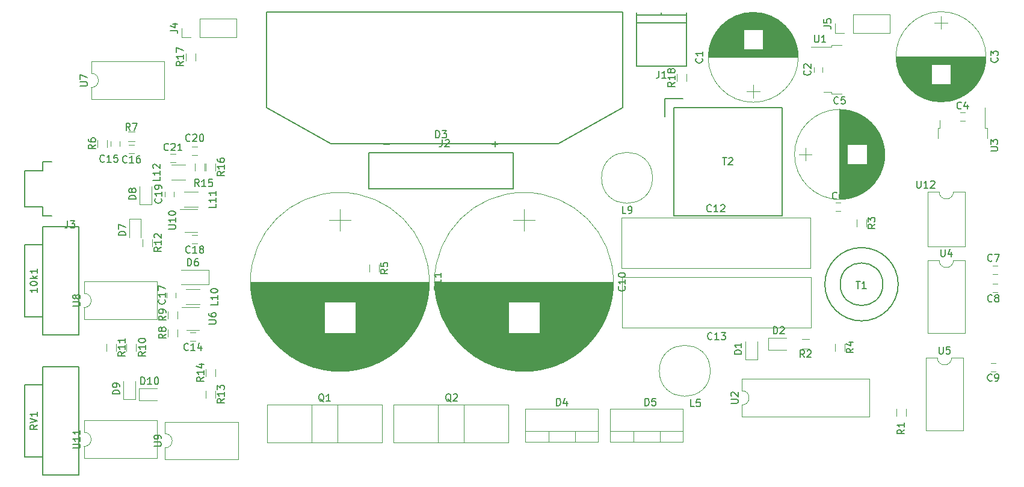
<source format=gbr>
G04 #@! TF.FileFunction,Legend,Top*
%FSLAX46Y46*%
G04 Gerber Fmt 4.6, Leading zero omitted, Abs format (unit mm)*
G04 Created by KiCad (PCBNEW 4.0.7) date 01/08/18 21:53:24*
%MOMM*%
%LPD*%
G01*
G04 APERTURE LIST*
%ADD10C,0.100000*%
%ADD11C,0.120000*%
%ADD12C,0.150000*%
G04 APERTURE END LIST*
D10*
D11*
X192360000Y-114026000D02*
X192360000Y-113026000D01*
X193720000Y-113026000D02*
X193720000Y-114026000D01*
D12*
X78359000Y-99060000D02*
X78359000Y-109220000D01*
X80899000Y-99060000D02*
X80899000Y-107950000D01*
X85979000Y-96520000D02*
X80899000Y-96520000D01*
X80899000Y-96520000D02*
X80899000Y-99060000D01*
X80899000Y-99060000D02*
X78359000Y-99060000D01*
X78359000Y-109220000D02*
X80899000Y-109220000D01*
X80899000Y-107950000D02*
X80899000Y-111760000D01*
X80899000Y-111760000D02*
X85979000Y-111760000D01*
X85979000Y-111760000D02*
X85979000Y-96520000D01*
D11*
X187188000Y-72684000D02*
G75*
G03X187188000Y-72684000I-6340000J0D01*
G01*
X174548000Y-72684000D02*
X187148000Y-72684000D01*
X174548000Y-72644000D02*
X187148000Y-72644000D01*
X174548000Y-72604000D02*
X187148000Y-72604000D01*
X174549000Y-72564000D02*
X187147000Y-72564000D01*
X174550000Y-72524000D02*
X187146000Y-72524000D01*
X174551000Y-72484000D02*
X187145000Y-72484000D01*
X174552000Y-72444000D02*
X187144000Y-72444000D01*
X174554000Y-72404000D02*
X187142000Y-72404000D01*
X174556000Y-72364000D02*
X187140000Y-72364000D01*
X174558000Y-72324000D02*
X187138000Y-72324000D01*
X174560000Y-72284000D02*
X187136000Y-72284000D01*
X174563000Y-72244000D02*
X187133000Y-72244000D01*
X174566000Y-72204000D02*
X187130000Y-72204000D01*
X174569000Y-72164000D02*
X187127000Y-72164000D01*
X174572000Y-72124000D02*
X187124000Y-72124000D01*
X174576000Y-72084000D02*
X187120000Y-72084000D01*
X174580000Y-72044000D02*
X187116000Y-72044000D01*
X174584000Y-72004000D02*
X187112000Y-72004000D01*
X174589000Y-71963000D02*
X187107000Y-71963000D01*
X174593000Y-71923000D02*
X187103000Y-71923000D01*
X174598000Y-71883000D02*
X187098000Y-71883000D01*
X174603000Y-71843000D02*
X187093000Y-71843000D01*
X174609000Y-71803000D02*
X187087000Y-71803000D01*
X174615000Y-71763000D02*
X187081000Y-71763000D01*
X174621000Y-71723000D02*
X187075000Y-71723000D01*
X174627000Y-71683000D02*
X187069000Y-71683000D01*
X174633000Y-71643000D02*
X187063000Y-71643000D01*
X174640000Y-71603000D02*
X187056000Y-71603000D01*
X174647000Y-71563000D02*
X179468000Y-71563000D01*
X182228000Y-71563000D02*
X187049000Y-71563000D01*
X174655000Y-71523000D02*
X179468000Y-71523000D01*
X182228000Y-71523000D02*
X187041000Y-71523000D01*
X174662000Y-71483000D02*
X179468000Y-71483000D01*
X182228000Y-71483000D02*
X187034000Y-71483000D01*
X174670000Y-71443000D02*
X179468000Y-71443000D01*
X182228000Y-71443000D02*
X187026000Y-71443000D01*
X174678000Y-71403000D02*
X179468000Y-71403000D01*
X182228000Y-71403000D02*
X187018000Y-71403000D01*
X174686000Y-71363000D02*
X179468000Y-71363000D01*
X182228000Y-71363000D02*
X187010000Y-71363000D01*
X174695000Y-71323000D02*
X179468000Y-71323000D01*
X182228000Y-71323000D02*
X187001000Y-71323000D01*
X174704000Y-71283000D02*
X179468000Y-71283000D01*
X182228000Y-71283000D02*
X186992000Y-71283000D01*
X174713000Y-71243000D02*
X179468000Y-71243000D01*
X182228000Y-71243000D02*
X186983000Y-71243000D01*
X174723000Y-71203000D02*
X179468000Y-71203000D01*
X182228000Y-71203000D02*
X186973000Y-71203000D01*
X174732000Y-71163000D02*
X179468000Y-71163000D01*
X182228000Y-71163000D02*
X186964000Y-71163000D01*
X174742000Y-71123000D02*
X179468000Y-71123000D01*
X182228000Y-71123000D02*
X186954000Y-71123000D01*
X174753000Y-71083000D02*
X179468000Y-71083000D01*
X182228000Y-71083000D02*
X186943000Y-71083000D01*
X174763000Y-71043000D02*
X179468000Y-71043000D01*
X182228000Y-71043000D02*
X186933000Y-71043000D01*
X174774000Y-71003000D02*
X179468000Y-71003000D01*
X182228000Y-71003000D02*
X186922000Y-71003000D01*
X174785000Y-70963000D02*
X179468000Y-70963000D01*
X182228000Y-70963000D02*
X186911000Y-70963000D01*
X174797000Y-70923000D02*
X179468000Y-70923000D01*
X182228000Y-70923000D02*
X186899000Y-70923000D01*
X174808000Y-70883000D02*
X179468000Y-70883000D01*
X182228000Y-70883000D02*
X186888000Y-70883000D01*
X174820000Y-70843000D02*
X179468000Y-70843000D01*
X182228000Y-70843000D02*
X186876000Y-70843000D01*
X174833000Y-70803000D02*
X179468000Y-70803000D01*
X182228000Y-70803000D02*
X186863000Y-70803000D01*
X174845000Y-70763000D02*
X179468000Y-70763000D01*
X182228000Y-70763000D02*
X186851000Y-70763000D01*
X174858000Y-70723000D02*
X179468000Y-70723000D01*
X182228000Y-70723000D02*
X186838000Y-70723000D01*
X174871000Y-70683000D02*
X179468000Y-70683000D01*
X182228000Y-70683000D02*
X186825000Y-70683000D01*
X174885000Y-70643000D02*
X179468000Y-70643000D01*
X182228000Y-70643000D02*
X186811000Y-70643000D01*
X174898000Y-70603000D02*
X179468000Y-70603000D01*
X182228000Y-70603000D02*
X186798000Y-70603000D01*
X174912000Y-70563000D02*
X179468000Y-70563000D01*
X182228000Y-70563000D02*
X186784000Y-70563000D01*
X174927000Y-70523000D02*
X179468000Y-70523000D01*
X182228000Y-70523000D02*
X186769000Y-70523000D01*
X174941000Y-70483000D02*
X179468000Y-70483000D01*
X182228000Y-70483000D02*
X186755000Y-70483000D01*
X174956000Y-70443000D02*
X179468000Y-70443000D01*
X182228000Y-70443000D02*
X186740000Y-70443000D01*
X174972000Y-70403000D02*
X179468000Y-70403000D01*
X182228000Y-70403000D02*
X186724000Y-70403000D01*
X174987000Y-70363000D02*
X179468000Y-70363000D01*
X182228000Y-70363000D02*
X186709000Y-70363000D01*
X175003000Y-70323000D02*
X179468000Y-70323000D01*
X182228000Y-70323000D02*
X186693000Y-70323000D01*
X175019000Y-70283000D02*
X179468000Y-70283000D01*
X182228000Y-70283000D02*
X186677000Y-70283000D01*
X175036000Y-70243000D02*
X179468000Y-70243000D01*
X182228000Y-70243000D02*
X186660000Y-70243000D01*
X175053000Y-70203000D02*
X179468000Y-70203000D01*
X182228000Y-70203000D02*
X186643000Y-70203000D01*
X175070000Y-70163000D02*
X179468000Y-70163000D01*
X182228000Y-70163000D02*
X186626000Y-70163000D01*
X175087000Y-70123000D02*
X179468000Y-70123000D01*
X182228000Y-70123000D02*
X186609000Y-70123000D01*
X175105000Y-70083000D02*
X179468000Y-70083000D01*
X182228000Y-70083000D02*
X186591000Y-70083000D01*
X175123000Y-70043000D02*
X179468000Y-70043000D01*
X182228000Y-70043000D02*
X186573000Y-70043000D01*
X175142000Y-70003000D02*
X179468000Y-70003000D01*
X182228000Y-70003000D02*
X186554000Y-70003000D01*
X175161000Y-69963000D02*
X179468000Y-69963000D01*
X182228000Y-69963000D02*
X186535000Y-69963000D01*
X175180000Y-69923000D02*
X179468000Y-69923000D01*
X182228000Y-69923000D02*
X186516000Y-69923000D01*
X175199000Y-69883000D02*
X179468000Y-69883000D01*
X182228000Y-69883000D02*
X186497000Y-69883000D01*
X175219000Y-69843000D02*
X179468000Y-69843000D01*
X182228000Y-69843000D02*
X186477000Y-69843000D01*
X175239000Y-69803000D02*
X179468000Y-69803000D01*
X182228000Y-69803000D02*
X186457000Y-69803000D01*
X175260000Y-69763000D02*
X179468000Y-69763000D01*
X182228000Y-69763000D02*
X186436000Y-69763000D01*
X175281000Y-69723000D02*
X179468000Y-69723000D01*
X182228000Y-69723000D02*
X186415000Y-69723000D01*
X175302000Y-69683000D02*
X179468000Y-69683000D01*
X182228000Y-69683000D02*
X186394000Y-69683000D01*
X175324000Y-69643000D02*
X179468000Y-69643000D01*
X182228000Y-69643000D02*
X186372000Y-69643000D01*
X175346000Y-69603000D02*
X179468000Y-69603000D01*
X182228000Y-69603000D02*
X186350000Y-69603000D01*
X175368000Y-69563000D02*
X179468000Y-69563000D01*
X182228000Y-69563000D02*
X186328000Y-69563000D01*
X175391000Y-69523000D02*
X179468000Y-69523000D01*
X182228000Y-69523000D02*
X186305000Y-69523000D01*
X175414000Y-69483000D02*
X179468000Y-69483000D01*
X182228000Y-69483000D02*
X186282000Y-69483000D01*
X175438000Y-69443000D02*
X179468000Y-69443000D01*
X182228000Y-69443000D02*
X186258000Y-69443000D01*
X175462000Y-69403000D02*
X179468000Y-69403000D01*
X182228000Y-69403000D02*
X186234000Y-69403000D01*
X175486000Y-69363000D02*
X179468000Y-69363000D01*
X182228000Y-69363000D02*
X186210000Y-69363000D01*
X175511000Y-69323000D02*
X179468000Y-69323000D01*
X182228000Y-69323000D02*
X186185000Y-69323000D01*
X175536000Y-69283000D02*
X179468000Y-69283000D01*
X182228000Y-69283000D02*
X186160000Y-69283000D01*
X175562000Y-69243000D02*
X179468000Y-69243000D01*
X182228000Y-69243000D02*
X186134000Y-69243000D01*
X175588000Y-69203000D02*
X179468000Y-69203000D01*
X182228000Y-69203000D02*
X186108000Y-69203000D01*
X175614000Y-69163000D02*
X179468000Y-69163000D01*
X182228000Y-69163000D02*
X186082000Y-69163000D01*
X175641000Y-69123000D02*
X179468000Y-69123000D01*
X182228000Y-69123000D02*
X186055000Y-69123000D01*
X175669000Y-69083000D02*
X179468000Y-69083000D01*
X182228000Y-69083000D02*
X186027000Y-69083000D01*
X175697000Y-69043000D02*
X179468000Y-69043000D01*
X182228000Y-69043000D02*
X185999000Y-69043000D01*
X175725000Y-69003000D02*
X179468000Y-69003000D01*
X182228000Y-69003000D02*
X185971000Y-69003000D01*
X175754000Y-68963000D02*
X179468000Y-68963000D01*
X182228000Y-68963000D02*
X185942000Y-68963000D01*
X175783000Y-68923000D02*
X179468000Y-68923000D01*
X182228000Y-68923000D02*
X185913000Y-68923000D01*
X175813000Y-68883000D02*
X179468000Y-68883000D01*
X182228000Y-68883000D02*
X185883000Y-68883000D01*
X175843000Y-68843000D02*
X179468000Y-68843000D01*
X182228000Y-68843000D02*
X185853000Y-68843000D01*
X175873000Y-68803000D02*
X185823000Y-68803000D01*
X175905000Y-68763000D02*
X185791000Y-68763000D01*
X175936000Y-68723000D02*
X185760000Y-68723000D01*
X175969000Y-68683000D02*
X185727000Y-68683000D01*
X176001000Y-68643000D02*
X185695000Y-68643000D01*
X176035000Y-68603000D02*
X185661000Y-68603000D01*
X176069000Y-68563000D02*
X185627000Y-68563000D01*
X176103000Y-68523000D02*
X185593000Y-68523000D01*
X176138000Y-68483000D02*
X185558000Y-68483000D01*
X176174000Y-68443000D02*
X185522000Y-68443000D01*
X176210000Y-68403000D02*
X185486000Y-68403000D01*
X176247000Y-68363000D02*
X185449000Y-68363000D01*
X176285000Y-68323000D02*
X185411000Y-68323000D01*
X176323000Y-68283000D02*
X185373000Y-68283000D01*
X176362000Y-68243000D02*
X185334000Y-68243000D01*
X176401000Y-68203000D02*
X185295000Y-68203000D01*
X176442000Y-68163000D02*
X185254000Y-68163000D01*
X176483000Y-68123000D02*
X185213000Y-68123000D01*
X176525000Y-68083000D02*
X185171000Y-68083000D01*
X176567000Y-68043000D02*
X185129000Y-68043000D01*
X176610000Y-68003000D02*
X185086000Y-68003000D01*
X176655000Y-67963000D02*
X185041000Y-67963000D01*
X176700000Y-67923000D02*
X184996000Y-67923000D01*
X176746000Y-67883000D02*
X184950000Y-67883000D01*
X176792000Y-67843000D02*
X184904000Y-67843000D01*
X176840000Y-67803000D02*
X184856000Y-67803000D01*
X176889000Y-67763000D02*
X184807000Y-67763000D01*
X176939000Y-67723000D02*
X184757000Y-67723000D01*
X176989000Y-67683000D02*
X184707000Y-67683000D01*
X177041000Y-67643000D02*
X184655000Y-67643000D01*
X177094000Y-67603000D02*
X184602000Y-67603000D01*
X177148000Y-67563000D02*
X184548000Y-67563000D01*
X177204000Y-67523000D02*
X184492000Y-67523000D01*
X177260000Y-67483000D02*
X184436000Y-67483000D01*
X177318000Y-67443000D02*
X184378000Y-67443000D01*
X177378000Y-67403000D02*
X184318000Y-67403000D01*
X177439000Y-67363000D02*
X184257000Y-67363000D01*
X177501000Y-67323000D02*
X184195000Y-67323000D01*
X177566000Y-67283000D02*
X184130000Y-67283000D01*
X177631000Y-67243000D02*
X184065000Y-67243000D01*
X177699000Y-67203000D02*
X183997000Y-67203000D01*
X177769000Y-67163000D02*
X183927000Y-67163000D01*
X177841000Y-67123000D02*
X183855000Y-67123000D01*
X177915000Y-67083000D02*
X183781000Y-67083000D01*
X177992000Y-67043000D02*
X183704000Y-67043000D01*
X178071000Y-67003000D02*
X183625000Y-67003000D01*
X178153000Y-66963000D02*
X183543000Y-66963000D01*
X178238000Y-66923000D02*
X183458000Y-66923000D01*
X178327000Y-66883000D02*
X183369000Y-66883000D01*
X178420000Y-66843000D02*
X183276000Y-66843000D01*
X178517000Y-66803000D02*
X183179000Y-66803000D01*
X178618000Y-66763000D02*
X183078000Y-66763000D01*
X178726000Y-66723000D02*
X182970000Y-66723000D01*
X178839000Y-66683000D02*
X182857000Y-66683000D01*
X178960000Y-66643000D02*
X182736000Y-66643000D01*
X179091000Y-66603000D02*
X182605000Y-66603000D01*
X179232000Y-66563000D02*
X182464000Y-66563000D01*
X179388000Y-66523000D02*
X182308000Y-66523000D01*
X179563000Y-66483000D02*
X182133000Y-66483000D01*
X179766000Y-66443000D02*
X181930000Y-66443000D01*
X180017000Y-66403000D02*
X181679000Y-66403000D01*
X180384000Y-66363000D02*
X181312000Y-66363000D01*
X180848000Y-78384000D02*
X180848000Y-76584000D01*
X179948000Y-77484000D02*
X181748000Y-77484000D01*
X190592000Y-74072000D02*
X190592000Y-74772000D01*
X189392000Y-74772000D02*
X189392000Y-74072000D01*
X213604000Y-72604000D02*
G75*
G03X213604000Y-72604000I-6340000J0D01*
G01*
X213564000Y-72604000D02*
X200964000Y-72604000D01*
X213564000Y-72644000D02*
X200964000Y-72644000D01*
X213564000Y-72684000D02*
X200964000Y-72684000D01*
X213563000Y-72724000D02*
X200965000Y-72724000D01*
X213562000Y-72764000D02*
X200966000Y-72764000D01*
X213561000Y-72804000D02*
X200967000Y-72804000D01*
X213560000Y-72844000D02*
X200968000Y-72844000D01*
X213558000Y-72884000D02*
X200970000Y-72884000D01*
X213556000Y-72924000D02*
X200972000Y-72924000D01*
X213554000Y-72964000D02*
X200974000Y-72964000D01*
X213552000Y-73004000D02*
X200976000Y-73004000D01*
X213549000Y-73044000D02*
X200979000Y-73044000D01*
X213546000Y-73084000D02*
X200982000Y-73084000D01*
X213543000Y-73124000D02*
X200985000Y-73124000D01*
X213540000Y-73164000D02*
X200988000Y-73164000D01*
X213536000Y-73204000D02*
X200992000Y-73204000D01*
X213532000Y-73244000D02*
X200996000Y-73244000D01*
X213528000Y-73284000D02*
X201000000Y-73284000D01*
X213523000Y-73325000D02*
X201005000Y-73325000D01*
X213519000Y-73365000D02*
X201009000Y-73365000D01*
X213514000Y-73405000D02*
X201014000Y-73405000D01*
X213509000Y-73445000D02*
X201019000Y-73445000D01*
X213503000Y-73485000D02*
X201025000Y-73485000D01*
X213497000Y-73525000D02*
X201031000Y-73525000D01*
X213491000Y-73565000D02*
X201037000Y-73565000D01*
X213485000Y-73605000D02*
X201043000Y-73605000D01*
X213479000Y-73645000D02*
X201049000Y-73645000D01*
X213472000Y-73685000D02*
X201056000Y-73685000D01*
X213465000Y-73725000D02*
X208644000Y-73725000D01*
X205884000Y-73725000D02*
X201063000Y-73725000D01*
X213457000Y-73765000D02*
X208644000Y-73765000D01*
X205884000Y-73765000D02*
X201071000Y-73765000D01*
X213450000Y-73805000D02*
X208644000Y-73805000D01*
X205884000Y-73805000D02*
X201078000Y-73805000D01*
X213442000Y-73845000D02*
X208644000Y-73845000D01*
X205884000Y-73845000D02*
X201086000Y-73845000D01*
X213434000Y-73885000D02*
X208644000Y-73885000D01*
X205884000Y-73885000D02*
X201094000Y-73885000D01*
X213426000Y-73925000D02*
X208644000Y-73925000D01*
X205884000Y-73925000D02*
X201102000Y-73925000D01*
X213417000Y-73965000D02*
X208644000Y-73965000D01*
X205884000Y-73965000D02*
X201111000Y-73965000D01*
X213408000Y-74005000D02*
X208644000Y-74005000D01*
X205884000Y-74005000D02*
X201120000Y-74005000D01*
X213399000Y-74045000D02*
X208644000Y-74045000D01*
X205884000Y-74045000D02*
X201129000Y-74045000D01*
X213389000Y-74085000D02*
X208644000Y-74085000D01*
X205884000Y-74085000D02*
X201139000Y-74085000D01*
X213380000Y-74125000D02*
X208644000Y-74125000D01*
X205884000Y-74125000D02*
X201148000Y-74125000D01*
X213370000Y-74165000D02*
X208644000Y-74165000D01*
X205884000Y-74165000D02*
X201158000Y-74165000D01*
X213359000Y-74205000D02*
X208644000Y-74205000D01*
X205884000Y-74205000D02*
X201169000Y-74205000D01*
X213349000Y-74245000D02*
X208644000Y-74245000D01*
X205884000Y-74245000D02*
X201179000Y-74245000D01*
X213338000Y-74285000D02*
X208644000Y-74285000D01*
X205884000Y-74285000D02*
X201190000Y-74285000D01*
X213327000Y-74325000D02*
X208644000Y-74325000D01*
X205884000Y-74325000D02*
X201201000Y-74325000D01*
X213315000Y-74365000D02*
X208644000Y-74365000D01*
X205884000Y-74365000D02*
X201213000Y-74365000D01*
X213304000Y-74405000D02*
X208644000Y-74405000D01*
X205884000Y-74405000D02*
X201224000Y-74405000D01*
X213292000Y-74445000D02*
X208644000Y-74445000D01*
X205884000Y-74445000D02*
X201236000Y-74445000D01*
X213279000Y-74485000D02*
X208644000Y-74485000D01*
X205884000Y-74485000D02*
X201249000Y-74485000D01*
X213267000Y-74525000D02*
X208644000Y-74525000D01*
X205884000Y-74525000D02*
X201261000Y-74525000D01*
X213254000Y-74565000D02*
X208644000Y-74565000D01*
X205884000Y-74565000D02*
X201274000Y-74565000D01*
X213241000Y-74605000D02*
X208644000Y-74605000D01*
X205884000Y-74605000D02*
X201287000Y-74605000D01*
X213227000Y-74645000D02*
X208644000Y-74645000D01*
X205884000Y-74645000D02*
X201301000Y-74645000D01*
X213214000Y-74685000D02*
X208644000Y-74685000D01*
X205884000Y-74685000D02*
X201314000Y-74685000D01*
X213200000Y-74725000D02*
X208644000Y-74725000D01*
X205884000Y-74725000D02*
X201328000Y-74725000D01*
X213185000Y-74765000D02*
X208644000Y-74765000D01*
X205884000Y-74765000D02*
X201343000Y-74765000D01*
X213171000Y-74805000D02*
X208644000Y-74805000D01*
X205884000Y-74805000D02*
X201357000Y-74805000D01*
X213156000Y-74845000D02*
X208644000Y-74845000D01*
X205884000Y-74845000D02*
X201372000Y-74845000D01*
X213140000Y-74885000D02*
X208644000Y-74885000D01*
X205884000Y-74885000D02*
X201388000Y-74885000D01*
X213125000Y-74925000D02*
X208644000Y-74925000D01*
X205884000Y-74925000D02*
X201403000Y-74925000D01*
X213109000Y-74965000D02*
X208644000Y-74965000D01*
X205884000Y-74965000D02*
X201419000Y-74965000D01*
X213093000Y-75005000D02*
X208644000Y-75005000D01*
X205884000Y-75005000D02*
X201435000Y-75005000D01*
X213076000Y-75045000D02*
X208644000Y-75045000D01*
X205884000Y-75045000D02*
X201452000Y-75045000D01*
X213059000Y-75085000D02*
X208644000Y-75085000D01*
X205884000Y-75085000D02*
X201469000Y-75085000D01*
X213042000Y-75125000D02*
X208644000Y-75125000D01*
X205884000Y-75125000D02*
X201486000Y-75125000D01*
X213025000Y-75165000D02*
X208644000Y-75165000D01*
X205884000Y-75165000D02*
X201503000Y-75165000D01*
X213007000Y-75205000D02*
X208644000Y-75205000D01*
X205884000Y-75205000D02*
X201521000Y-75205000D01*
X212989000Y-75245000D02*
X208644000Y-75245000D01*
X205884000Y-75245000D02*
X201539000Y-75245000D01*
X212970000Y-75285000D02*
X208644000Y-75285000D01*
X205884000Y-75285000D02*
X201558000Y-75285000D01*
X212951000Y-75325000D02*
X208644000Y-75325000D01*
X205884000Y-75325000D02*
X201577000Y-75325000D01*
X212932000Y-75365000D02*
X208644000Y-75365000D01*
X205884000Y-75365000D02*
X201596000Y-75365000D01*
X212913000Y-75405000D02*
X208644000Y-75405000D01*
X205884000Y-75405000D02*
X201615000Y-75405000D01*
X212893000Y-75445000D02*
X208644000Y-75445000D01*
X205884000Y-75445000D02*
X201635000Y-75445000D01*
X212873000Y-75485000D02*
X208644000Y-75485000D01*
X205884000Y-75485000D02*
X201655000Y-75485000D01*
X212852000Y-75525000D02*
X208644000Y-75525000D01*
X205884000Y-75525000D02*
X201676000Y-75525000D01*
X212831000Y-75565000D02*
X208644000Y-75565000D01*
X205884000Y-75565000D02*
X201697000Y-75565000D01*
X212810000Y-75605000D02*
X208644000Y-75605000D01*
X205884000Y-75605000D02*
X201718000Y-75605000D01*
X212788000Y-75645000D02*
X208644000Y-75645000D01*
X205884000Y-75645000D02*
X201740000Y-75645000D01*
X212766000Y-75685000D02*
X208644000Y-75685000D01*
X205884000Y-75685000D02*
X201762000Y-75685000D01*
X212744000Y-75725000D02*
X208644000Y-75725000D01*
X205884000Y-75725000D02*
X201784000Y-75725000D01*
X212721000Y-75765000D02*
X208644000Y-75765000D01*
X205884000Y-75765000D02*
X201807000Y-75765000D01*
X212698000Y-75805000D02*
X208644000Y-75805000D01*
X205884000Y-75805000D02*
X201830000Y-75805000D01*
X212674000Y-75845000D02*
X208644000Y-75845000D01*
X205884000Y-75845000D02*
X201854000Y-75845000D01*
X212650000Y-75885000D02*
X208644000Y-75885000D01*
X205884000Y-75885000D02*
X201878000Y-75885000D01*
X212626000Y-75925000D02*
X208644000Y-75925000D01*
X205884000Y-75925000D02*
X201902000Y-75925000D01*
X212601000Y-75965000D02*
X208644000Y-75965000D01*
X205884000Y-75965000D02*
X201927000Y-75965000D01*
X212576000Y-76005000D02*
X208644000Y-76005000D01*
X205884000Y-76005000D02*
X201952000Y-76005000D01*
X212550000Y-76045000D02*
X208644000Y-76045000D01*
X205884000Y-76045000D02*
X201978000Y-76045000D01*
X212524000Y-76085000D02*
X208644000Y-76085000D01*
X205884000Y-76085000D02*
X202004000Y-76085000D01*
X212498000Y-76125000D02*
X208644000Y-76125000D01*
X205884000Y-76125000D02*
X202030000Y-76125000D01*
X212471000Y-76165000D02*
X208644000Y-76165000D01*
X205884000Y-76165000D02*
X202057000Y-76165000D01*
X212443000Y-76205000D02*
X208644000Y-76205000D01*
X205884000Y-76205000D02*
X202085000Y-76205000D01*
X212415000Y-76245000D02*
X208644000Y-76245000D01*
X205884000Y-76245000D02*
X202113000Y-76245000D01*
X212387000Y-76285000D02*
X208644000Y-76285000D01*
X205884000Y-76285000D02*
X202141000Y-76285000D01*
X212358000Y-76325000D02*
X208644000Y-76325000D01*
X205884000Y-76325000D02*
X202170000Y-76325000D01*
X212329000Y-76365000D02*
X208644000Y-76365000D01*
X205884000Y-76365000D02*
X202199000Y-76365000D01*
X212299000Y-76405000D02*
X208644000Y-76405000D01*
X205884000Y-76405000D02*
X202229000Y-76405000D01*
X212269000Y-76445000D02*
X208644000Y-76445000D01*
X205884000Y-76445000D02*
X202259000Y-76445000D01*
X212239000Y-76485000D02*
X202289000Y-76485000D01*
X212207000Y-76525000D02*
X202321000Y-76525000D01*
X212176000Y-76565000D02*
X202352000Y-76565000D01*
X212143000Y-76605000D02*
X202385000Y-76605000D01*
X212111000Y-76645000D02*
X202417000Y-76645000D01*
X212077000Y-76685000D02*
X202451000Y-76685000D01*
X212043000Y-76725000D02*
X202485000Y-76725000D01*
X212009000Y-76765000D02*
X202519000Y-76765000D01*
X211974000Y-76805000D02*
X202554000Y-76805000D01*
X211938000Y-76845000D02*
X202590000Y-76845000D01*
X211902000Y-76885000D02*
X202626000Y-76885000D01*
X211865000Y-76925000D02*
X202663000Y-76925000D01*
X211827000Y-76965000D02*
X202701000Y-76965000D01*
X211789000Y-77005000D02*
X202739000Y-77005000D01*
X211750000Y-77045000D02*
X202778000Y-77045000D01*
X211711000Y-77085000D02*
X202817000Y-77085000D01*
X211670000Y-77125000D02*
X202858000Y-77125000D01*
X211629000Y-77165000D02*
X202899000Y-77165000D01*
X211587000Y-77205000D02*
X202941000Y-77205000D01*
X211545000Y-77245000D02*
X202983000Y-77245000D01*
X211502000Y-77285000D02*
X203026000Y-77285000D01*
X211457000Y-77325000D02*
X203071000Y-77325000D01*
X211412000Y-77365000D02*
X203116000Y-77365000D01*
X211366000Y-77405000D02*
X203162000Y-77405000D01*
X211320000Y-77445000D02*
X203208000Y-77445000D01*
X211272000Y-77485000D02*
X203256000Y-77485000D01*
X211223000Y-77525000D02*
X203305000Y-77525000D01*
X211173000Y-77565000D02*
X203355000Y-77565000D01*
X211123000Y-77605000D02*
X203405000Y-77605000D01*
X211071000Y-77645000D02*
X203457000Y-77645000D01*
X211018000Y-77685000D02*
X203510000Y-77685000D01*
X210964000Y-77725000D02*
X203564000Y-77725000D01*
X210908000Y-77765000D02*
X203620000Y-77765000D01*
X210852000Y-77805000D02*
X203676000Y-77805000D01*
X210794000Y-77845000D02*
X203734000Y-77845000D01*
X210734000Y-77885000D02*
X203794000Y-77885000D01*
X210673000Y-77925000D02*
X203855000Y-77925000D01*
X210611000Y-77965000D02*
X203917000Y-77965000D01*
X210546000Y-78005000D02*
X203982000Y-78005000D01*
X210481000Y-78045000D02*
X204047000Y-78045000D01*
X210413000Y-78085000D02*
X204115000Y-78085000D01*
X210343000Y-78125000D02*
X204185000Y-78125000D01*
X210271000Y-78165000D02*
X204257000Y-78165000D01*
X210197000Y-78205000D02*
X204331000Y-78205000D01*
X210120000Y-78245000D02*
X204408000Y-78245000D01*
X210041000Y-78285000D02*
X204487000Y-78285000D01*
X209959000Y-78325000D02*
X204569000Y-78325000D01*
X209874000Y-78365000D02*
X204654000Y-78365000D01*
X209785000Y-78405000D02*
X204743000Y-78405000D01*
X209692000Y-78445000D02*
X204836000Y-78445000D01*
X209595000Y-78485000D02*
X204933000Y-78485000D01*
X209494000Y-78525000D02*
X205034000Y-78525000D01*
X209386000Y-78565000D02*
X205142000Y-78565000D01*
X209273000Y-78605000D02*
X205255000Y-78605000D01*
X209152000Y-78645000D02*
X205376000Y-78645000D01*
X209021000Y-78685000D02*
X205507000Y-78685000D01*
X208880000Y-78725000D02*
X205648000Y-78725000D01*
X208724000Y-78765000D02*
X205804000Y-78765000D01*
X208549000Y-78805000D02*
X205979000Y-78805000D01*
X208346000Y-78845000D02*
X206182000Y-78845000D01*
X208095000Y-78885000D02*
X206433000Y-78885000D01*
X207728000Y-78925000D02*
X206800000Y-78925000D01*
X207264000Y-66904000D02*
X207264000Y-68704000D01*
X208164000Y-67804000D02*
X206364000Y-67804000D01*
X210662000Y-81626000D02*
X209962000Y-81626000D01*
X209962000Y-80426000D02*
X210662000Y-80426000D01*
X199340000Y-86360000D02*
G75*
G03X199340000Y-86360000I-6340000J0D01*
G01*
X193000000Y-80060000D02*
X193000000Y-92660000D01*
X193040000Y-80060000D02*
X193040000Y-92660000D01*
X193080000Y-80060000D02*
X193080000Y-92660000D01*
X193120000Y-80061000D02*
X193120000Y-92659000D01*
X193160000Y-80062000D02*
X193160000Y-92658000D01*
X193200000Y-80063000D02*
X193200000Y-92657000D01*
X193240000Y-80064000D02*
X193240000Y-92656000D01*
X193280000Y-80066000D02*
X193280000Y-92654000D01*
X193320000Y-80068000D02*
X193320000Y-92652000D01*
X193360000Y-80070000D02*
X193360000Y-92650000D01*
X193400000Y-80072000D02*
X193400000Y-92648000D01*
X193440000Y-80075000D02*
X193440000Y-92645000D01*
X193480000Y-80078000D02*
X193480000Y-92642000D01*
X193520000Y-80081000D02*
X193520000Y-92639000D01*
X193560000Y-80084000D02*
X193560000Y-92636000D01*
X193600000Y-80088000D02*
X193600000Y-92632000D01*
X193640000Y-80092000D02*
X193640000Y-92628000D01*
X193680000Y-80096000D02*
X193680000Y-92624000D01*
X193721000Y-80101000D02*
X193721000Y-92619000D01*
X193761000Y-80105000D02*
X193761000Y-92615000D01*
X193801000Y-80110000D02*
X193801000Y-92610000D01*
X193841000Y-80115000D02*
X193841000Y-92605000D01*
X193881000Y-80121000D02*
X193881000Y-92599000D01*
X193921000Y-80127000D02*
X193921000Y-92593000D01*
X193961000Y-80133000D02*
X193961000Y-92587000D01*
X194001000Y-80139000D02*
X194001000Y-92581000D01*
X194041000Y-80145000D02*
X194041000Y-92575000D01*
X194081000Y-80152000D02*
X194081000Y-92568000D01*
X194121000Y-80159000D02*
X194121000Y-84980000D01*
X194121000Y-87740000D02*
X194121000Y-92561000D01*
X194161000Y-80167000D02*
X194161000Y-84980000D01*
X194161000Y-87740000D02*
X194161000Y-92553000D01*
X194201000Y-80174000D02*
X194201000Y-84980000D01*
X194201000Y-87740000D02*
X194201000Y-92546000D01*
X194241000Y-80182000D02*
X194241000Y-84980000D01*
X194241000Y-87740000D02*
X194241000Y-92538000D01*
X194281000Y-80190000D02*
X194281000Y-84980000D01*
X194281000Y-87740000D02*
X194281000Y-92530000D01*
X194321000Y-80198000D02*
X194321000Y-84980000D01*
X194321000Y-87740000D02*
X194321000Y-92522000D01*
X194361000Y-80207000D02*
X194361000Y-84980000D01*
X194361000Y-87740000D02*
X194361000Y-92513000D01*
X194401000Y-80216000D02*
X194401000Y-84980000D01*
X194401000Y-87740000D02*
X194401000Y-92504000D01*
X194441000Y-80225000D02*
X194441000Y-84980000D01*
X194441000Y-87740000D02*
X194441000Y-92495000D01*
X194481000Y-80235000D02*
X194481000Y-84980000D01*
X194481000Y-87740000D02*
X194481000Y-92485000D01*
X194521000Y-80244000D02*
X194521000Y-84980000D01*
X194521000Y-87740000D02*
X194521000Y-92476000D01*
X194561000Y-80254000D02*
X194561000Y-84980000D01*
X194561000Y-87740000D02*
X194561000Y-92466000D01*
X194601000Y-80265000D02*
X194601000Y-84980000D01*
X194601000Y-87740000D02*
X194601000Y-92455000D01*
X194641000Y-80275000D02*
X194641000Y-84980000D01*
X194641000Y-87740000D02*
X194641000Y-92445000D01*
X194681000Y-80286000D02*
X194681000Y-84980000D01*
X194681000Y-87740000D02*
X194681000Y-92434000D01*
X194721000Y-80297000D02*
X194721000Y-84980000D01*
X194721000Y-87740000D02*
X194721000Y-92423000D01*
X194761000Y-80309000D02*
X194761000Y-84980000D01*
X194761000Y-87740000D02*
X194761000Y-92411000D01*
X194801000Y-80320000D02*
X194801000Y-84980000D01*
X194801000Y-87740000D02*
X194801000Y-92400000D01*
X194841000Y-80332000D02*
X194841000Y-84980000D01*
X194841000Y-87740000D02*
X194841000Y-92388000D01*
X194881000Y-80345000D02*
X194881000Y-84980000D01*
X194881000Y-87740000D02*
X194881000Y-92375000D01*
X194921000Y-80357000D02*
X194921000Y-84980000D01*
X194921000Y-87740000D02*
X194921000Y-92363000D01*
X194961000Y-80370000D02*
X194961000Y-84980000D01*
X194961000Y-87740000D02*
X194961000Y-92350000D01*
X195001000Y-80383000D02*
X195001000Y-84980000D01*
X195001000Y-87740000D02*
X195001000Y-92337000D01*
X195041000Y-80397000D02*
X195041000Y-84980000D01*
X195041000Y-87740000D02*
X195041000Y-92323000D01*
X195081000Y-80410000D02*
X195081000Y-84980000D01*
X195081000Y-87740000D02*
X195081000Y-92310000D01*
X195121000Y-80424000D02*
X195121000Y-84980000D01*
X195121000Y-87740000D02*
X195121000Y-92296000D01*
X195161000Y-80439000D02*
X195161000Y-84980000D01*
X195161000Y-87740000D02*
X195161000Y-92281000D01*
X195201000Y-80453000D02*
X195201000Y-84980000D01*
X195201000Y-87740000D02*
X195201000Y-92267000D01*
X195241000Y-80468000D02*
X195241000Y-84980000D01*
X195241000Y-87740000D02*
X195241000Y-92252000D01*
X195281000Y-80484000D02*
X195281000Y-84980000D01*
X195281000Y-87740000D02*
X195281000Y-92236000D01*
X195321000Y-80499000D02*
X195321000Y-84980000D01*
X195321000Y-87740000D02*
X195321000Y-92221000D01*
X195361000Y-80515000D02*
X195361000Y-84980000D01*
X195361000Y-87740000D02*
X195361000Y-92205000D01*
X195401000Y-80531000D02*
X195401000Y-84980000D01*
X195401000Y-87740000D02*
X195401000Y-92189000D01*
X195441000Y-80548000D02*
X195441000Y-84980000D01*
X195441000Y-87740000D02*
X195441000Y-92172000D01*
X195481000Y-80565000D02*
X195481000Y-84980000D01*
X195481000Y-87740000D02*
X195481000Y-92155000D01*
X195521000Y-80582000D02*
X195521000Y-84980000D01*
X195521000Y-87740000D02*
X195521000Y-92138000D01*
X195561000Y-80599000D02*
X195561000Y-84980000D01*
X195561000Y-87740000D02*
X195561000Y-92121000D01*
X195601000Y-80617000D02*
X195601000Y-84980000D01*
X195601000Y-87740000D02*
X195601000Y-92103000D01*
X195641000Y-80635000D02*
X195641000Y-84980000D01*
X195641000Y-87740000D02*
X195641000Y-92085000D01*
X195681000Y-80654000D02*
X195681000Y-84980000D01*
X195681000Y-87740000D02*
X195681000Y-92066000D01*
X195721000Y-80673000D02*
X195721000Y-84980000D01*
X195721000Y-87740000D02*
X195721000Y-92047000D01*
X195761000Y-80692000D02*
X195761000Y-84980000D01*
X195761000Y-87740000D02*
X195761000Y-92028000D01*
X195801000Y-80711000D02*
X195801000Y-84980000D01*
X195801000Y-87740000D02*
X195801000Y-92009000D01*
X195841000Y-80731000D02*
X195841000Y-84980000D01*
X195841000Y-87740000D02*
X195841000Y-91989000D01*
X195881000Y-80751000D02*
X195881000Y-84980000D01*
X195881000Y-87740000D02*
X195881000Y-91969000D01*
X195921000Y-80772000D02*
X195921000Y-84980000D01*
X195921000Y-87740000D02*
X195921000Y-91948000D01*
X195961000Y-80793000D02*
X195961000Y-84980000D01*
X195961000Y-87740000D02*
X195961000Y-91927000D01*
X196001000Y-80814000D02*
X196001000Y-84980000D01*
X196001000Y-87740000D02*
X196001000Y-91906000D01*
X196041000Y-80836000D02*
X196041000Y-84980000D01*
X196041000Y-87740000D02*
X196041000Y-91884000D01*
X196081000Y-80858000D02*
X196081000Y-84980000D01*
X196081000Y-87740000D02*
X196081000Y-91862000D01*
X196121000Y-80880000D02*
X196121000Y-84980000D01*
X196121000Y-87740000D02*
X196121000Y-91840000D01*
X196161000Y-80903000D02*
X196161000Y-84980000D01*
X196161000Y-87740000D02*
X196161000Y-91817000D01*
X196201000Y-80926000D02*
X196201000Y-84980000D01*
X196201000Y-87740000D02*
X196201000Y-91794000D01*
X196241000Y-80950000D02*
X196241000Y-84980000D01*
X196241000Y-87740000D02*
X196241000Y-91770000D01*
X196281000Y-80974000D02*
X196281000Y-84980000D01*
X196281000Y-87740000D02*
X196281000Y-91746000D01*
X196321000Y-80998000D02*
X196321000Y-84980000D01*
X196321000Y-87740000D02*
X196321000Y-91722000D01*
X196361000Y-81023000D02*
X196361000Y-84980000D01*
X196361000Y-87740000D02*
X196361000Y-91697000D01*
X196401000Y-81048000D02*
X196401000Y-84980000D01*
X196401000Y-87740000D02*
X196401000Y-91672000D01*
X196441000Y-81074000D02*
X196441000Y-84980000D01*
X196441000Y-87740000D02*
X196441000Y-91646000D01*
X196481000Y-81100000D02*
X196481000Y-84980000D01*
X196481000Y-87740000D02*
X196481000Y-91620000D01*
X196521000Y-81126000D02*
X196521000Y-84980000D01*
X196521000Y-87740000D02*
X196521000Y-91594000D01*
X196561000Y-81153000D02*
X196561000Y-84980000D01*
X196561000Y-87740000D02*
X196561000Y-91567000D01*
X196601000Y-81181000D02*
X196601000Y-84980000D01*
X196601000Y-87740000D02*
X196601000Y-91539000D01*
X196641000Y-81209000D02*
X196641000Y-84980000D01*
X196641000Y-87740000D02*
X196641000Y-91511000D01*
X196681000Y-81237000D02*
X196681000Y-84980000D01*
X196681000Y-87740000D02*
X196681000Y-91483000D01*
X196721000Y-81266000D02*
X196721000Y-84980000D01*
X196721000Y-87740000D02*
X196721000Y-91454000D01*
X196761000Y-81295000D02*
X196761000Y-84980000D01*
X196761000Y-87740000D02*
X196761000Y-91425000D01*
X196801000Y-81325000D02*
X196801000Y-84980000D01*
X196801000Y-87740000D02*
X196801000Y-91395000D01*
X196841000Y-81355000D02*
X196841000Y-84980000D01*
X196841000Y-87740000D02*
X196841000Y-91365000D01*
X196881000Y-81385000D02*
X196881000Y-91335000D01*
X196921000Y-81417000D02*
X196921000Y-91303000D01*
X196961000Y-81448000D02*
X196961000Y-91272000D01*
X197001000Y-81481000D02*
X197001000Y-91239000D01*
X197041000Y-81513000D02*
X197041000Y-91207000D01*
X197081000Y-81547000D02*
X197081000Y-91173000D01*
X197121000Y-81581000D02*
X197121000Y-91139000D01*
X197161000Y-81615000D02*
X197161000Y-91105000D01*
X197201000Y-81650000D02*
X197201000Y-91070000D01*
X197241000Y-81686000D02*
X197241000Y-91034000D01*
X197281000Y-81722000D02*
X197281000Y-90998000D01*
X197321000Y-81759000D02*
X197321000Y-90961000D01*
X197361000Y-81797000D02*
X197361000Y-90923000D01*
X197401000Y-81835000D02*
X197401000Y-90885000D01*
X197441000Y-81874000D02*
X197441000Y-90846000D01*
X197481000Y-81913000D02*
X197481000Y-90807000D01*
X197521000Y-81954000D02*
X197521000Y-90766000D01*
X197561000Y-81995000D02*
X197561000Y-90725000D01*
X197601000Y-82037000D02*
X197601000Y-90683000D01*
X197641000Y-82079000D02*
X197641000Y-90641000D01*
X197681000Y-82122000D02*
X197681000Y-90598000D01*
X197721000Y-82167000D02*
X197721000Y-90553000D01*
X197761000Y-82212000D02*
X197761000Y-90508000D01*
X197801000Y-82258000D02*
X197801000Y-90462000D01*
X197841000Y-82304000D02*
X197841000Y-90416000D01*
X197881000Y-82352000D02*
X197881000Y-90368000D01*
X197921000Y-82401000D02*
X197921000Y-90319000D01*
X197961000Y-82451000D02*
X197961000Y-90269000D01*
X198001000Y-82501000D02*
X198001000Y-90219000D01*
X198041000Y-82553000D02*
X198041000Y-90167000D01*
X198081000Y-82606000D02*
X198081000Y-90114000D01*
X198121000Y-82660000D02*
X198121000Y-90060000D01*
X198161000Y-82716000D02*
X198161000Y-90004000D01*
X198201000Y-82772000D02*
X198201000Y-89948000D01*
X198241000Y-82830000D02*
X198241000Y-89890000D01*
X198281000Y-82890000D02*
X198281000Y-89830000D01*
X198321000Y-82951000D02*
X198321000Y-89769000D01*
X198361000Y-83013000D02*
X198361000Y-89707000D01*
X198401000Y-83078000D02*
X198401000Y-89642000D01*
X198441000Y-83143000D02*
X198441000Y-89577000D01*
X198481000Y-83211000D02*
X198481000Y-89509000D01*
X198521000Y-83281000D02*
X198521000Y-89439000D01*
X198561000Y-83353000D02*
X198561000Y-89367000D01*
X198601000Y-83427000D02*
X198601000Y-89293000D01*
X198641000Y-83504000D02*
X198641000Y-89216000D01*
X198681000Y-83583000D02*
X198681000Y-89137000D01*
X198721000Y-83665000D02*
X198721000Y-89055000D01*
X198761000Y-83750000D02*
X198761000Y-88970000D01*
X198801000Y-83839000D02*
X198801000Y-88881000D01*
X198841000Y-83932000D02*
X198841000Y-88788000D01*
X198881000Y-84029000D02*
X198881000Y-88691000D01*
X198921000Y-84130000D02*
X198921000Y-88590000D01*
X198961000Y-84238000D02*
X198961000Y-88482000D01*
X199001000Y-84351000D02*
X199001000Y-88369000D01*
X199041000Y-84472000D02*
X199041000Y-88248000D01*
X199081000Y-84603000D02*
X199081000Y-88117000D01*
X199121000Y-84744000D02*
X199121000Y-87976000D01*
X199161000Y-84900000D02*
X199161000Y-87820000D01*
X199201000Y-85075000D02*
X199201000Y-87645000D01*
X199241000Y-85278000D02*
X199241000Y-87442000D01*
X199281000Y-85529000D02*
X199281000Y-87191000D01*
X199321000Y-85896000D02*
X199321000Y-86824000D01*
X187300000Y-86360000D02*
X189100000Y-86360000D01*
X188200000Y-85460000D02*
X188200000Y-87260000D01*
X193136000Y-94326000D02*
X192436000Y-94326000D01*
X192436000Y-93126000D02*
X193136000Y-93126000D01*
X214522000Y-102016000D02*
X215222000Y-102016000D01*
X215222000Y-103216000D02*
X214522000Y-103216000D01*
X214546000Y-104556000D02*
X215246000Y-104556000D01*
X215246000Y-105756000D02*
X214546000Y-105756000D01*
X214268000Y-115732000D02*
X214968000Y-115732000D01*
X214968000Y-116932000D02*
X214268000Y-116932000D01*
X101631000Y-111414000D02*
X102331000Y-111414000D01*
X102331000Y-112614000D02*
X101631000Y-112614000D01*
X91659000Y-84486000D02*
X91659000Y-85186000D01*
X90459000Y-85186000D02*
X90459000Y-84486000D01*
X92995000Y-84998000D02*
X93695000Y-84998000D01*
X93695000Y-86198000D02*
X92995000Y-86198000D01*
X98333000Y-106522000D02*
X98333000Y-105822000D01*
X99533000Y-105822000D02*
X99533000Y-106522000D01*
X101885000Y-97698000D02*
X102585000Y-97698000D01*
X102585000Y-98898000D02*
X101885000Y-98898000D01*
X98079000Y-92298000D02*
X98079000Y-91598000D01*
X99279000Y-91598000D02*
X99279000Y-92298000D01*
X101885000Y-85252000D02*
X102585000Y-85252000D01*
X102585000Y-86452000D02*
X101885000Y-86452000D01*
X99537000Y-87468000D02*
X98837000Y-87468000D01*
X98837000Y-86268000D02*
X99537000Y-86268000D01*
X179744000Y-115258000D02*
X181444000Y-115258000D01*
X181444000Y-115258000D02*
X181444000Y-112708000D01*
X179744000Y-115258000D02*
X179744000Y-112708000D01*
X182938000Y-112180000D02*
X182938000Y-113880000D01*
X182938000Y-113880000D02*
X185488000Y-113880000D01*
X182938000Y-112180000D02*
X185488000Y-112180000D01*
D12*
X147066000Y-91186000D02*
X147066000Y-86106000D01*
X147066000Y-86106000D02*
X126746000Y-86106000D01*
X126746000Y-86106000D02*
X126746000Y-91186000D01*
X126746000Y-91186000D02*
X147066000Y-91186000D01*
D11*
X159044000Y-126826000D02*
X148804000Y-126826000D01*
X159044000Y-122185000D02*
X148804000Y-122185000D01*
X159044000Y-126826000D02*
X159044000Y-122185000D01*
X148804000Y-126826000D02*
X148804000Y-122185000D01*
X159044000Y-125316000D02*
X148804000Y-125316000D01*
X155774000Y-126826000D02*
X155774000Y-125316000D01*
X152073000Y-126826000D02*
X152073000Y-125316000D01*
X170982000Y-126826000D02*
X160742000Y-126826000D01*
X170982000Y-122185000D02*
X160742000Y-122185000D01*
X170982000Y-126826000D02*
X170982000Y-122185000D01*
X160742000Y-126826000D02*
X160742000Y-122185000D01*
X170982000Y-125316000D02*
X160742000Y-125316000D01*
X167712000Y-126826000D02*
X167712000Y-125316000D01*
X164011000Y-126826000D02*
X164011000Y-125316000D01*
X104231000Y-104632000D02*
X104231000Y-102632000D01*
X104231000Y-102632000D02*
X100331000Y-102632000D01*
X104231000Y-104632000D02*
X100331000Y-104632000D01*
X94653000Y-95428000D02*
X93053000Y-95428000D01*
X93053000Y-95428000D02*
X93053000Y-98028000D01*
X94653000Y-95428000D02*
X94653000Y-98028000D01*
X94527000Y-93448000D02*
X96227000Y-93448000D01*
X96227000Y-93448000D02*
X96227000Y-90898000D01*
X94527000Y-93448000D02*
X94527000Y-90898000D01*
X92241000Y-120880000D02*
X93941000Y-120880000D01*
X93941000Y-120880000D02*
X93941000Y-118330000D01*
X92241000Y-120880000D02*
X92241000Y-118330000D01*
X94385000Y-119292000D02*
X94385000Y-120992000D01*
X94385000Y-120992000D02*
X96935000Y-120992000D01*
X94385000Y-119292000D02*
X96935000Y-119292000D01*
D12*
X167922000Y-66766000D02*
X167922000Y-66366000D01*
X171422000Y-67866000D02*
X164422000Y-67866000D01*
X171422000Y-66766000D02*
X164422000Y-66766000D01*
X171422000Y-73966000D02*
X171422000Y-66366000D01*
X164422000Y-66366000D02*
X164422000Y-73966000D01*
X164422000Y-73966000D02*
X171422000Y-73966000D01*
X112364000Y-66296000D02*
X162464000Y-66296000D01*
X162464000Y-66296000D02*
X162464000Y-79756000D01*
X162464000Y-79756000D02*
X153414000Y-84836000D01*
X153414000Y-84836000D02*
X121414000Y-84836000D01*
X121414000Y-84836000D02*
X112364000Y-79756000D01*
X112364000Y-79756000D02*
X112364000Y-66296000D01*
X80899000Y-88646000D02*
X80899000Y-87376000D01*
X80899000Y-87376000D02*
X82169000Y-87376000D01*
X80899000Y-88646000D02*
X78359000Y-88646000D01*
X78359000Y-88646000D02*
X78359000Y-93726000D01*
X78359000Y-93726000D02*
X80899000Y-93726000D01*
X80899000Y-93726000D02*
X80899000Y-94996000D01*
X80899000Y-94996000D02*
X82169000Y-94996000D01*
D11*
X174810000Y-116840000D02*
G75*
G03X174810000Y-116840000I-3590000J0D01*
G01*
X166682000Y-89662000D02*
G75*
G03X166682000Y-89662000I-3590000J0D01*
G01*
X103001000Y-107496000D02*
X101001000Y-107496000D01*
X101001000Y-105356000D02*
X103001000Y-105356000D01*
X102727000Y-93780000D02*
X100727000Y-93780000D01*
X100727000Y-91640000D02*
X102727000Y-91640000D01*
X98949000Y-87830000D02*
X100949000Y-87830000D01*
X100949000Y-89970000D02*
X98949000Y-89970000D01*
X128604000Y-126911000D02*
X112464000Y-126911000D01*
X128604000Y-121640000D02*
X112464000Y-121640000D01*
X128604000Y-126911000D02*
X128604000Y-121640000D01*
X112464000Y-126911000D02*
X112464000Y-121640000D01*
X122338000Y-126911000D02*
X122338000Y-121640000D01*
X118729000Y-126911000D02*
X118729000Y-121640000D01*
X146384000Y-126911000D02*
X130244000Y-126911000D01*
X146384000Y-121640000D02*
X130244000Y-121640000D01*
X146384000Y-126911000D02*
X146384000Y-121640000D01*
X130244000Y-126911000D02*
X130244000Y-121640000D01*
X140118000Y-126911000D02*
X140118000Y-121640000D01*
X136509000Y-126911000D02*
X136509000Y-121640000D01*
X200996000Y-123170000D02*
X200996000Y-122170000D01*
X202356000Y-122170000D02*
X202356000Y-123170000D01*
X187726000Y-112350000D02*
X188726000Y-112350000D01*
X188726000Y-113710000D02*
X187726000Y-113710000D01*
X195408000Y-96524000D02*
X195408000Y-95524000D01*
X196768000Y-95524000D02*
X196768000Y-96524000D01*
X126828000Y-102874000D02*
X126828000Y-101874000D01*
X128188000Y-101874000D02*
X128188000Y-102874000D01*
X89961000Y-84336000D02*
X89961000Y-85336000D01*
X88601000Y-85336000D02*
X88601000Y-84336000D01*
X92845000Y-83140000D02*
X93845000Y-83140000D01*
X93845000Y-84500000D02*
X92845000Y-84500000D01*
X99867000Y-111006000D02*
X99867000Y-112006000D01*
X98507000Y-112006000D02*
X98507000Y-111006000D01*
X99867000Y-108466000D02*
X99867000Y-109466000D01*
X98507000Y-109466000D02*
X98507000Y-108466000D01*
X94025000Y-113038000D02*
X94025000Y-114038000D01*
X92665000Y-114038000D02*
X92665000Y-113038000D01*
X89871000Y-114038000D02*
X89871000Y-113038000D01*
X91231000Y-113038000D02*
X91231000Y-114038000D01*
X94951000Y-99294000D02*
X94951000Y-98294000D01*
X96311000Y-98294000D02*
X96311000Y-99294000D01*
X103841000Y-120642000D02*
X103841000Y-119642000D01*
X105201000Y-119642000D02*
X105201000Y-120642000D01*
X105201000Y-116594000D02*
X105201000Y-117594000D01*
X103841000Y-117594000D02*
X103841000Y-116594000D01*
X103677000Y-87638000D02*
X103677000Y-88638000D01*
X102317000Y-88638000D02*
X102317000Y-87638000D01*
X103841000Y-88638000D02*
X103841000Y-87638000D01*
X105201000Y-87638000D02*
X105201000Y-88638000D01*
X101047000Y-73144000D02*
X101047000Y-72144000D01*
X102407000Y-72144000D02*
X102407000Y-73144000D01*
X171495000Y-75065000D02*
X171495000Y-76065000D01*
X170135000Y-76065000D02*
X170135000Y-75065000D01*
D12*
X78359000Y-118792000D02*
X78359000Y-128952000D01*
X80899000Y-118792000D02*
X80899000Y-127682000D01*
X85979000Y-116252000D02*
X80899000Y-116252000D01*
X80899000Y-116252000D02*
X80899000Y-118792000D01*
X80899000Y-118792000D02*
X78359000Y-118792000D01*
X78359000Y-128952000D02*
X80899000Y-128952000D01*
X80899000Y-127682000D02*
X80899000Y-131492000D01*
X80899000Y-131492000D02*
X85979000Y-131492000D01*
X85979000Y-131492000D02*
X85979000Y-116252000D01*
D11*
X193340000Y-70972000D02*
X191840000Y-70972000D01*
X191840000Y-70972000D02*
X191840000Y-71242000D01*
X191840000Y-71242000D02*
X189010000Y-71242000D01*
X193340000Y-77872000D02*
X191840000Y-77872000D01*
X191840000Y-77872000D02*
X191840000Y-77602000D01*
X191840000Y-77602000D02*
X190740000Y-77602000D01*
X179264000Y-119650000D02*
G75*
G02X179264000Y-121650000I0J-1000000D01*
G01*
X179264000Y-121650000D02*
X179264000Y-123300000D01*
X179264000Y-123300000D02*
X197164000Y-123300000D01*
X197164000Y-123300000D02*
X197164000Y-118000000D01*
X197164000Y-118000000D02*
X179264000Y-118000000D01*
X179264000Y-118000000D02*
X179264000Y-119650000D01*
X213762000Y-84120000D02*
X213762000Y-82620000D01*
X213762000Y-82620000D02*
X213492000Y-82620000D01*
X213492000Y-82620000D02*
X213492000Y-79790000D01*
X206862000Y-84120000D02*
X206862000Y-82620000D01*
X206862000Y-82620000D02*
X207132000Y-82620000D01*
X207132000Y-82620000D02*
X207132000Y-81520000D01*
X209026000Y-101286000D02*
G75*
G02X207026000Y-101286000I-1000000J0D01*
G01*
X207026000Y-101286000D02*
X205376000Y-101286000D01*
X205376000Y-101286000D02*
X205376000Y-111566000D01*
X205376000Y-111566000D02*
X210676000Y-111566000D01*
X210676000Y-111566000D02*
X210676000Y-101286000D01*
X210676000Y-101286000D02*
X209026000Y-101286000D01*
X208772000Y-115002000D02*
G75*
G02X206772000Y-115002000I-1000000J0D01*
G01*
X206772000Y-115002000D02*
X205122000Y-115002000D01*
X205122000Y-115002000D02*
X205122000Y-125282000D01*
X205122000Y-125282000D02*
X210422000Y-125282000D01*
X210422000Y-125282000D02*
X210422000Y-115002000D01*
X210422000Y-115002000D02*
X208772000Y-115002000D01*
X101081000Y-111084000D02*
X102881000Y-111084000D01*
X102881000Y-107864000D02*
X100431000Y-107864000D01*
X87697000Y-74946000D02*
G75*
G02X87697000Y-76946000I0J-1000000D01*
G01*
X87697000Y-76946000D02*
X87697000Y-78596000D01*
X87697000Y-78596000D02*
X97977000Y-78596000D01*
X97977000Y-78596000D02*
X97977000Y-73296000D01*
X97977000Y-73296000D02*
X87697000Y-73296000D01*
X87697000Y-73296000D02*
X87697000Y-74946000D01*
X86681000Y-105934000D02*
G75*
G02X86681000Y-107934000I0J-1000000D01*
G01*
X86681000Y-107934000D02*
X86681000Y-109584000D01*
X86681000Y-109584000D02*
X96961000Y-109584000D01*
X96961000Y-109584000D02*
X96961000Y-104284000D01*
X96961000Y-104284000D02*
X86681000Y-104284000D01*
X86681000Y-104284000D02*
X86681000Y-105934000D01*
X98078000Y-125690999D02*
G75*
G02X98078000Y-127690999I0J-1000000D01*
G01*
X98078000Y-127690999D02*
X98078000Y-129340999D01*
X98078000Y-129340999D02*
X108358000Y-129340999D01*
X108358000Y-129340999D02*
X108358000Y-124040999D01*
X108358000Y-124040999D02*
X98078000Y-124040999D01*
X98078000Y-124040999D02*
X98078000Y-125690999D01*
X100827000Y-97302000D02*
X102627000Y-97302000D01*
X102627000Y-94082000D02*
X100177000Y-94082000D01*
X86681000Y-125492000D02*
G75*
G02X86681000Y-127492000I0J-1000000D01*
G01*
X86681000Y-127492000D02*
X86681000Y-129142000D01*
X86681000Y-129142000D02*
X96961000Y-129142000D01*
X96961000Y-129142000D02*
X96961000Y-123842000D01*
X96961000Y-123842000D02*
X86681000Y-123842000D01*
X86681000Y-123842000D02*
X86681000Y-125492000D01*
X209026000Y-91634000D02*
G75*
G02X207026000Y-91634000I-1000000J0D01*
G01*
X207026000Y-91634000D02*
X205376000Y-91634000D01*
X205376000Y-91634000D02*
X205376000Y-99374000D01*
X205376000Y-99374000D02*
X210676000Y-99374000D01*
X210676000Y-99374000D02*
X210676000Y-91634000D01*
X210676000Y-91634000D02*
X209026000Y-91634000D01*
D12*
X201246769Y-104648000D02*
G75*
G03X201246769Y-104648000I-5158769J0D01*
G01*
X199088000Y-104648000D02*
G75*
G03X199088000Y-104648000I-3000000J0D01*
G01*
X170942000Y-78486000D02*
X168402000Y-78486000D01*
X168402000Y-78486000D02*
X168402000Y-81026000D01*
X169672000Y-79756000D02*
X169672000Y-94996000D01*
X169672000Y-94996000D02*
X184912000Y-94996000D01*
X184912000Y-94996000D02*
X184912000Y-79756000D01*
X184912000Y-79756000D02*
X169672000Y-79756000D01*
D11*
X162278000Y-95246000D02*
X188898000Y-95246000D01*
X162278000Y-102366000D02*
X188898000Y-102366000D01*
X162278000Y-95246000D02*
X162278000Y-102366000D01*
X188898000Y-95246000D02*
X188898000Y-102366000D01*
X189004000Y-110748000D02*
X162384000Y-110748000D01*
X189004000Y-103628000D02*
X162384000Y-103628000D01*
X189004000Y-110748000D02*
X189004000Y-103628000D01*
X162384000Y-110748000D02*
X162384000Y-103628000D01*
X161180000Y-104314000D02*
G75*
G03X161180000Y-104314000I-12590000J0D01*
G01*
X161140000Y-104314000D02*
X136040000Y-104314000D01*
X161140000Y-104354000D02*
X136040000Y-104354000D01*
X161140000Y-104394000D02*
X136040000Y-104394000D01*
X161140000Y-104434000D02*
X136040000Y-104434000D01*
X161139000Y-104474000D02*
X136041000Y-104474000D01*
X161139000Y-104514000D02*
X136041000Y-104514000D01*
X161138000Y-104554000D02*
X136042000Y-104554000D01*
X161137000Y-104594000D02*
X136043000Y-104594000D01*
X161136000Y-104634000D02*
X136044000Y-104634000D01*
X161135000Y-104674000D02*
X136045000Y-104674000D01*
X161134000Y-104714000D02*
X136046000Y-104714000D01*
X161133000Y-104754000D02*
X136047000Y-104754000D01*
X161131000Y-104794000D02*
X136049000Y-104794000D01*
X161130000Y-104834000D02*
X136050000Y-104834000D01*
X161128000Y-104874000D02*
X136052000Y-104874000D01*
X161126000Y-104914000D02*
X136054000Y-104914000D01*
X161124000Y-104954000D02*
X136056000Y-104954000D01*
X161122000Y-104994000D02*
X136058000Y-104994000D01*
X161120000Y-105035000D02*
X136060000Y-105035000D01*
X161118000Y-105075000D02*
X136062000Y-105075000D01*
X161115000Y-105115000D02*
X136065000Y-105115000D01*
X161112000Y-105155000D02*
X136068000Y-105155000D01*
X161110000Y-105195000D02*
X136070000Y-105195000D01*
X161107000Y-105235000D02*
X136073000Y-105235000D01*
X161104000Y-105275000D02*
X136076000Y-105275000D01*
X161101000Y-105315000D02*
X136079000Y-105315000D01*
X161097000Y-105355000D02*
X136083000Y-105355000D01*
X161094000Y-105395000D02*
X136086000Y-105395000D01*
X161091000Y-105435000D02*
X136089000Y-105435000D01*
X161087000Y-105475000D02*
X136093000Y-105475000D01*
X161083000Y-105515000D02*
X136097000Y-105515000D01*
X161079000Y-105555000D02*
X136101000Y-105555000D01*
X161075000Y-105595000D02*
X136105000Y-105595000D01*
X161071000Y-105635000D02*
X136109000Y-105635000D01*
X161067000Y-105675000D02*
X136113000Y-105675000D01*
X161062000Y-105715000D02*
X136118000Y-105715000D01*
X161058000Y-105755000D02*
X136122000Y-105755000D01*
X161053000Y-105795000D02*
X136127000Y-105795000D01*
X161048000Y-105835000D02*
X136132000Y-105835000D01*
X161043000Y-105875000D02*
X136137000Y-105875000D01*
X161038000Y-105915000D02*
X136142000Y-105915000D01*
X161033000Y-105955000D02*
X136147000Y-105955000D01*
X161028000Y-105995000D02*
X136152000Y-105995000D01*
X161022000Y-106035000D02*
X136158000Y-106035000D01*
X161017000Y-106075000D02*
X136163000Y-106075000D01*
X161011000Y-106115000D02*
X136169000Y-106115000D01*
X161005000Y-106155000D02*
X136175000Y-106155000D01*
X160999000Y-106195000D02*
X136181000Y-106195000D01*
X160993000Y-106235000D02*
X136187000Y-106235000D01*
X160987000Y-106275000D02*
X136193000Y-106275000D01*
X160981000Y-106315000D02*
X136199000Y-106315000D01*
X160974000Y-106355000D02*
X136206000Y-106355000D01*
X160967000Y-106395000D02*
X136213000Y-106395000D01*
X160961000Y-106435000D02*
X136219000Y-106435000D01*
X160954000Y-106475000D02*
X136226000Y-106475000D01*
X160947000Y-106515000D02*
X136233000Y-106515000D01*
X160940000Y-106555000D02*
X136240000Y-106555000D01*
X160932000Y-106595000D02*
X136248000Y-106595000D01*
X160925000Y-106635000D02*
X136255000Y-106635000D01*
X160917000Y-106675000D02*
X136263000Y-106675000D01*
X160910000Y-106715000D02*
X136270000Y-106715000D01*
X160902000Y-106755000D02*
X136278000Y-106755000D01*
X160894000Y-106795000D02*
X136286000Y-106795000D01*
X160886000Y-106835000D02*
X136294000Y-106835000D01*
X160877000Y-106875000D02*
X136303000Y-106875000D01*
X160869000Y-106915000D02*
X136311000Y-106915000D01*
X160861000Y-106955000D02*
X136319000Y-106955000D01*
X160852000Y-106995000D02*
X136328000Y-106995000D01*
X160843000Y-107035000D02*
X136337000Y-107035000D01*
X160834000Y-107075000D02*
X136346000Y-107075000D01*
X160825000Y-107115000D02*
X136355000Y-107115000D01*
X160816000Y-107155000D02*
X150770000Y-107155000D01*
X146410000Y-107155000D02*
X136364000Y-107155000D01*
X160807000Y-107195000D02*
X150770000Y-107195000D01*
X146410000Y-107195000D02*
X136373000Y-107195000D01*
X160797000Y-107235000D02*
X150770000Y-107235000D01*
X146410000Y-107235000D02*
X136383000Y-107235000D01*
X160788000Y-107275000D02*
X150770000Y-107275000D01*
X146410000Y-107275000D02*
X136392000Y-107275000D01*
X160778000Y-107315000D02*
X150770000Y-107315000D01*
X146410000Y-107315000D02*
X136402000Y-107315000D01*
X160768000Y-107355000D02*
X150770000Y-107355000D01*
X146410000Y-107355000D02*
X136412000Y-107355000D01*
X160758000Y-107395000D02*
X150770000Y-107395000D01*
X146410000Y-107395000D02*
X136422000Y-107395000D01*
X160748000Y-107435000D02*
X150770000Y-107435000D01*
X146410000Y-107435000D02*
X136432000Y-107435000D01*
X160737000Y-107475000D02*
X150770000Y-107475000D01*
X146410000Y-107475000D02*
X136443000Y-107475000D01*
X160727000Y-107515000D02*
X150770000Y-107515000D01*
X146410000Y-107515000D02*
X136453000Y-107515000D01*
X160716000Y-107555000D02*
X150770000Y-107555000D01*
X146410000Y-107555000D02*
X136464000Y-107555000D01*
X160706000Y-107595000D02*
X150770000Y-107595000D01*
X146410000Y-107595000D02*
X136474000Y-107595000D01*
X160695000Y-107635000D02*
X150770000Y-107635000D01*
X146410000Y-107635000D02*
X136485000Y-107635000D01*
X160684000Y-107675000D02*
X150770000Y-107675000D01*
X146410000Y-107675000D02*
X136496000Y-107675000D01*
X160673000Y-107715000D02*
X150770000Y-107715000D01*
X146410000Y-107715000D02*
X136507000Y-107715000D01*
X160661000Y-107755000D02*
X150770000Y-107755000D01*
X146410000Y-107755000D02*
X136519000Y-107755000D01*
X160650000Y-107795000D02*
X150770000Y-107795000D01*
X146410000Y-107795000D02*
X136530000Y-107795000D01*
X160638000Y-107835000D02*
X150770000Y-107835000D01*
X146410000Y-107835000D02*
X136542000Y-107835000D01*
X160627000Y-107875000D02*
X150770000Y-107875000D01*
X146410000Y-107875000D02*
X136553000Y-107875000D01*
X160615000Y-107915000D02*
X150770000Y-107915000D01*
X146410000Y-107915000D02*
X136565000Y-107915000D01*
X160603000Y-107955000D02*
X150770000Y-107955000D01*
X146410000Y-107955000D02*
X136577000Y-107955000D01*
X160591000Y-107995000D02*
X150770000Y-107995000D01*
X146410000Y-107995000D02*
X136589000Y-107995000D01*
X160578000Y-108035000D02*
X150770000Y-108035000D01*
X146410000Y-108035000D02*
X136602000Y-108035000D01*
X160566000Y-108075000D02*
X150770000Y-108075000D01*
X146410000Y-108075000D02*
X136614000Y-108075000D01*
X160553000Y-108115000D02*
X150770000Y-108115000D01*
X146410000Y-108115000D02*
X136627000Y-108115000D01*
X160541000Y-108155000D02*
X150770000Y-108155000D01*
X146410000Y-108155000D02*
X136639000Y-108155000D01*
X160528000Y-108195000D02*
X150770000Y-108195000D01*
X146410000Y-108195000D02*
X136652000Y-108195000D01*
X160515000Y-108235000D02*
X150770000Y-108235000D01*
X146410000Y-108235000D02*
X136665000Y-108235000D01*
X160502000Y-108275000D02*
X150770000Y-108275000D01*
X146410000Y-108275000D02*
X136678000Y-108275000D01*
X160488000Y-108315000D02*
X150770000Y-108315000D01*
X146410000Y-108315000D02*
X136692000Y-108315000D01*
X160475000Y-108355000D02*
X150770000Y-108355000D01*
X146410000Y-108355000D02*
X136705000Y-108355000D01*
X160461000Y-108395000D02*
X150770000Y-108395000D01*
X146410000Y-108395000D02*
X136719000Y-108395000D01*
X160447000Y-108435000D02*
X150770000Y-108435000D01*
X146410000Y-108435000D02*
X136733000Y-108435000D01*
X160433000Y-108475000D02*
X150770000Y-108475000D01*
X146410000Y-108475000D02*
X136747000Y-108475000D01*
X160419000Y-108515000D02*
X150770000Y-108515000D01*
X146410000Y-108515000D02*
X136761000Y-108515000D01*
X160405000Y-108555000D02*
X150770000Y-108555000D01*
X146410000Y-108555000D02*
X136775000Y-108555000D01*
X160391000Y-108595000D02*
X150770000Y-108595000D01*
X146410000Y-108595000D02*
X136789000Y-108595000D01*
X160376000Y-108635000D02*
X150770000Y-108635000D01*
X146410000Y-108635000D02*
X136804000Y-108635000D01*
X160361000Y-108675000D02*
X150770000Y-108675000D01*
X146410000Y-108675000D02*
X136819000Y-108675000D01*
X160347000Y-108715000D02*
X150770000Y-108715000D01*
X146410000Y-108715000D02*
X136833000Y-108715000D01*
X160332000Y-108755000D02*
X150770000Y-108755000D01*
X146410000Y-108755000D02*
X136848000Y-108755000D01*
X160316000Y-108795000D02*
X150770000Y-108795000D01*
X146410000Y-108795000D02*
X136864000Y-108795000D01*
X160301000Y-108835000D02*
X150770000Y-108835000D01*
X146410000Y-108835000D02*
X136879000Y-108835000D01*
X160286000Y-108875000D02*
X150770000Y-108875000D01*
X146410000Y-108875000D02*
X136894000Y-108875000D01*
X160270000Y-108915000D02*
X150770000Y-108915000D01*
X146410000Y-108915000D02*
X136910000Y-108915000D01*
X160254000Y-108955000D02*
X150770000Y-108955000D01*
X146410000Y-108955000D02*
X136926000Y-108955000D01*
X160238000Y-108995000D02*
X150770000Y-108995000D01*
X146410000Y-108995000D02*
X136942000Y-108995000D01*
X160222000Y-109035000D02*
X150770000Y-109035000D01*
X146410000Y-109035000D02*
X136958000Y-109035000D01*
X160206000Y-109075000D02*
X150770000Y-109075000D01*
X146410000Y-109075000D02*
X136974000Y-109075000D01*
X160190000Y-109115000D02*
X150770000Y-109115000D01*
X146410000Y-109115000D02*
X136990000Y-109115000D01*
X160173000Y-109155000D02*
X150770000Y-109155000D01*
X146410000Y-109155000D02*
X137007000Y-109155000D01*
X160156000Y-109195000D02*
X150770000Y-109195000D01*
X146410000Y-109195000D02*
X137024000Y-109195000D01*
X160139000Y-109235000D02*
X150770000Y-109235000D01*
X146410000Y-109235000D02*
X137041000Y-109235000D01*
X160122000Y-109275000D02*
X150770000Y-109275000D01*
X146410000Y-109275000D02*
X137058000Y-109275000D01*
X160105000Y-109315000D02*
X150770000Y-109315000D01*
X146410000Y-109315000D02*
X137075000Y-109315000D01*
X160088000Y-109355000D02*
X150770000Y-109355000D01*
X146410000Y-109355000D02*
X137092000Y-109355000D01*
X160070000Y-109395000D02*
X150770000Y-109395000D01*
X146410000Y-109395000D02*
X137110000Y-109395000D01*
X160052000Y-109435000D02*
X150770000Y-109435000D01*
X146410000Y-109435000D02*
X137128000Y-109435000D01*
X160035000Y-109475000D02*
X150770000Y-109475000D01*
X146410000Y-109475000D02*
X137145000Y-109475000D01*
X160016000Y-109515000D02*
X150770000Y-109515000D01*
X146410000Y-109515000D02*
X137164000Y-109515000D01*
X159998000Y-109555000D02*
X150770000Y-109555000D01*
X146410000Y-109555000D02*
X137182000Y-109555000D01*
X159980000Y-109595000D02*
X150770000Y-109595000D01*
X146410000Y-109595000D02*
X137200000Y-109595000D01*
X159961000Y-109635000D02*
X150770000Y-109635000D01*
X146410000Y-109635000D02*
X137219000Y-109635000D01*
X159943000Y-109675000D02*
X150770000Y-109675000D01*
X146410000Y-109675000D02*
X137237000Y-109675000D01*
X159924000Y-109715000D02*
X150770000Y-109715000D01*
X146410000Y-109715000D02*
X137256000Y-109715000D01*
X159905000Y-109755000D02*
X150770000Y-109755000D01*
X146410000Y-109755000D02*
X137275000Y-109755000D01*
X159885000Y-109795000D02*
X150770000Y-109795000D01*
X146410000Y-109795000D02*
X137295000Y-109795000D01*
X159866000Y-109835000D02*
X150770000Y-109835000D01*
X146410000Y-109835000D02*
X137314000Y-109835000D01*
X159846000Y-109875000D02*
X150770000Y-109875000D01*
X146410000Y-109875000D02*
X137334000Y-109875000D01*
X159826000Y-109915000D02*
X150770000Y-109915000D01*
X146410000Y-109915000D02*
X137354000Y-109915000D01*
X159807000Y-109955000D02*
X150770000Y-109955000D01*
X146410000Y-109955000D02*
X137373000Y-109955000D01*
X159786000Y-109995000D02*
X150770000Y-109995000D01*
X146410000Y-109995000D02*
X137394000Y-109995000D01*
X159766000Y-110035000D02*
X150770000Y-110035000D01*
X146410000Y-110035000D02*
X137414000Y-110035000D01*
X159746000Y-110075000D02*
X150770000Y-110075000D01*
X146410000Y-110075000D02*
X137434000Y-110075000D01*
X159725000Y-110115000D02*
X150770000Y-110115000D01*
X146410000Y-110115000D02*
X137455000Y-110115000D01*
X159704000Y-110155000D02*
X150770000Y-110155000D01*
X146410000Y-110155000D02*
X137476000Y-110155000D01*
X159683000Y-110195000D02*
X150770000Y-110195000D01*
X146410000Y-110195000D02*
X137497000Y-110195000D01*
X159662000Y-110235000D02*
X150770000Y-110235000D01*
X146410000Y-110235000D02*
X137518000Y-110235000D01*
X159640000Y-110275000D02*
X150770000Y-110275000D01*
X146410000Y-110275000D02*
X137540000Y-110275000D01*
X159619000Y-110315000D02*
X150770000Y-110315000D01*
X146410000Y-110315000D02*
X137561000Y-110315000D01*
X159597000Y-110355000D02*
X150770000Y-110355000D01*
X146410000Y-110355000D02*
X137583000Y-110355000D01*
X159575000Y-110395000D02*
X150770000Y-110395000D01*
X146410000Y-110395000D02*
X137605000Y-110395000D01*
X159553000Y-110435000D02*
X150770000Y-110435000D01*
X146410000Y-110435000D02*
X137627000Y-110435000D01*
X159531000Y-110475000D02*
X150770000Y-110475000D01*
X146410000Y-110475000D02*
X137649000Y-110475000D01*
X159508000Y-110515000D02*
X150770000Y-110515000D01*
X146410000Y-110515000D02*
X137672000Y-110515000D01*
X159485000Y-110555000D02*
X150770000Y-110555000D01*
X146410000Y-110555000D02*
X137695000Y-110555000D01*
X159462000Y-110595000D02*
X150770000Y-110595000D01*
X146410000Y-110595000D02*
X137718000Y-110595000D01*
X159439000Y-110635000D02*
X150770000Y-110635000D01*
X146410000Y-110635000D02*
X137741000Y-110635000D01*
X159416000Y-110675000D02*
X150770000Y-110675000D01*
X146410000Y-110675000D02*
X137764000Y-110675000D01*
X159392000Y-110715000D02*
X150770000Y-110715000D01*
X146410000Y-110715000D02*
X137788000Y-110715000D01*
X159369000Y-110755000D02*
X150770000Y-110755000D01*
X146410000Y-110755000D02*
X137811000Y-110755000D01*
X159345000Y-110795000D02*
X150770000Y-110795000D01*
X146410000Y-110795000D02*
X137835000Y-110795000D01*
X159321000Y-110835000D02*
X150770000Y-110835000D01*
X146410000Y-110835000D02*
X137859000Y-110835000D01*
X159296000Y-110875000D02*
X150770000Y-110875000D01*
X146410000Y-110875000D02*
X137884000Y-110875000D01*
X159272000Y-110915000D02*
X150770000Y-110915000D01*
X146410000Y-110915000D02*
X137908000Y-110915000D01*
X159247000Y-110955000D02*
X150770000Y-110955000D01*
X146410000Y-110955000D02*
X137933000Y-110955000D01*
X159222000Y-110995000D02*
X150770000Y-110995000D01*
X146410000Y-110995000D02*
X137958000Y-110995000D01*
X159197000Y-111035000D02*
X150770000Y-111035000D01*
X146410000Y-111035000D02*
X137983000Y-111035000D01*
X159172000Y-111075000D02*
X150770000Y-111075000D01*
X146410000Y-111075000D02*
X138008000Y-111075000D01*
X159146000Y-111115000D02*
X150770000Y-111115000D01*
X146410000Y-111115000D02*
X138034000Y-111115000D01*
X159120000Y-111155000D02*
X150770000Y-111155000D01*
X146410000Y-111155000D02*
X138060000Y-111155000D01*
X159094000Y-111195000D02*
X150770000Y-111195000D01*
X146410000Y-111195000D02*
X138086000Y-111195000D01*
X159068000Y-111235000D02*
X150770000Y-111235000D01*
X146410000Y-111235000D02*
X138112000Y-111235000D01*
X159042000Y-111275000D02*
X150770000Y-111275000D01*
X146410000Y-111275000D02*
X138138000Y-111275000D01*
X159015000Y-111315000D02*
X150770000Y-111315000D01*
X146410000Y-111315000D02*
X138165000Y-111315000D01*
X158988000Y-111355000D02*
X150770000Y-111355000D01*
X146410000Y-111355000D02*
X138192000Y-111355000D01*
X158961000Y-111395000D02*
X150770000Y-111395000D01*
X146410000Y-111395000D02*
X138219000Y-111395000D01*
X158934000Y-111435000D02*
X150770000Y-111435000D01*
X146410000Y-111435000D02*
X138246000Y-111435000D01*
X158906000Y-111475000D02*
X150770000Y-111475000D01*
X146410000Y-111475000D02*
X138274000Y-111475000D01*
X158879000Y-111515000D02*
X138301000Y-111515000D01*
X158851000Y-111555000D02*
X138329000Y-111555000D01*
X158822000Y-111595000D02*
X138358000Y-111595000D01*
X158794000Y-111635000D02*
X138386000Y-111635000D01*
X158765000Y-111675000D02*
X138415000Y-111675000D01*
X158736000Y-111715000D02*
X138444000Y-111715000D01*
X158707000Y-111755000D02*
X138473000Y-111755000D01*
X158678000Y-111795000D02*
X138502000Y-111795000D01*
X158648000Y-111835000D02*
X138532000Y-111835000D01*
X158618000Y-111875000D02*
X138562000Y-111875000D01*
X158588000Y-111915000D02*
X138592000Y-111915000D01*
X158557000Y-111955000D02*
X138623000Y-111955000D01*
X158527000Y-111995000D02*
X138653000Y-111995000D01*
X158496000Y-112035000D02*
X138684000Y-112035000D01*
X158465000Y-112075000D02*
X138715000Y-112075000D01*
X158433000Y-112115000D02*
X138747000Y-112115000D01*
X158402000Y-112155000D02*
X138778000Y-112155000D01*
X158370000Y-112195000D02*
X138810000Y-112195000D01*
X158337000Y-112235000D02*
X138843000Y-112235000D01*
X158305000Y-112275000D02*
X138875000Y-112275000D01*
X158272000Y-112315000D02*
X138908000Y-112315000D01*
X158239000Y-112355000D02*
X138941000Y-112355000D01*
X158206000Y-112395000D02*
X138974000Y-112395000D01*
X158172000Y-112435000D02*
X139008000Y-112435000D01*
X158138000Y-112475000D02*
X139042000Y-112475000D01*
X158104000Y-112514000D02*
X139076000Y-112514000D01*
X158069000Y-112554000D02*
X139111000Y-112554000D01*
X158035000Y-112594000D02*
X139145000Y-112594000D01*
X158000000Y-112634000D02*
X139180000Y-112634000D01*
X157964000Y-112674000D02*
X139216000Y-112674000D01*
X157929000Y-112714000D02*
X139251000Y-112714000D01*
X157893000Y-112754000D02*
X139287000Y-112754000D01*
X157856000Y-112794000D02*
X139324000Y-112794000D01*
X157820000Y-112834000D02*
X139360000Y-112834000D01*
X157783000Y-112874000D02*
X139397000Y-112874000D01*
X157746000Y-112914000D02*
X139434000Y-112914000D01*
X157708000Y-112954000D02*
X139472000Y-112954000D01*
X157670000Y-112994000D02*
X139510000Y-112994000D01*
X157632000Y-113034000D02*
X139548000Y-113034000D01*
X157593000Y-113074000D02*
X139587000Y-113074000D01*
X157554000Y-113114000D02*
X139626000Y-113114000D01*
X157515000Y-113154000D02*
X139665000Y-113154000D01*
X157475000Y-113194000D02*
X139705000Y-113194000D01*
X157435000Y-113234000D02*
X139745000Y-113234000D01*
X157395000Y-113274000D02*
X139785000Y-113274000D01*
X157354000Y-113314000D02*
X139826000Y-113314000D01*
X157313000Y-113354000D02*
X139867000Y-113354000D01*
X157272000Y-113394000D02*
X139908000Y-113394000D01*
X157230000Y-113434000D02*
X139950000Y-113434000D01*
X157188000Y-113474000D02*
X139992000Y-113474000D01*
X157145000Y-113514000D02*
X140035000Y-113514000D01*
X157102000Y-113554000D02*
X140078000Y-113554000D01*
X157059000Y-113594000D02*
X140121000Y-113594000D01*
X157015000Y-113634000D02*
X140165000Y-113634000D01*
X156971000Y-113674000D02*
X140209000Y-113674000D01*
X156926000Y-113714000D02*
X140254000Y-113714000D01*
X156881000Y-113754000D02*
X140299000Y-113754000D01*
X156835000Y-113794000D02*
X140345000Y-113794000D01*
X156789000Y-113834000D02*
X140391000Y-113834000D01*
X156743000Y-113874000D02*
X140437000Y-113874000D01*
X156696000Y-113914000D02*
X140484000Y-113914000D01*
X156649000Y-113954000D02*
X140531000Y-113954000D01*
X156601000Y-113994000D02*
X140579000Y-113994000D01*
X156552000Y-114034000D02*
X140628000Y-114034000D01*
X156504000Y-114074000D02*
X140676000Y-114074000D01*
X156454000Y-114114000D02*
X140726000Y-114114000D01*
X156404000Y-114154000D02*
X140776000Y-114154000D01*
X156354000Y-114194000D02*
X140826000Y-114194000D01*
X156303000Y-114234000D02*
X140877000Y-114234000D01*
X156252000Y-114274000D02*
X140928000Y-114274000D01*
X156200000Y-114314000D02*
X140980000Y-114314000D01*
X156147000Y-114354000D02*
X141033000Y-114354000D01*
X156094000Y-114394000D02*
X141086000Y-114394000D01*
X156040000Y-114434000D02*
X141140000Y-114434000D01*
X155986000Y-114474000D02*
X141194000Y-114474000D01*
X155931000Y-114514000D02*
X141249000Y-114514000D01*
X155875000Y-114554000D02*
X141305000Y-114554000D01*
X155819000Y-114594000D02*
X141361000Y-114594000D01*
X155762000Y-114634000D02*
X141418000Y-114634000D01*
X155704000Y-114674000D02*
X141476000Y-114674000D01*
X155646000Y-114714000D02*
X141534000Y-114714000D01*
X155587000Y-114754000D02*
X141593000Y-114754000D01*
X155527000Y-114794000D02*
X141653000Y-114794000D01*
X155467000Y-114834000D02*
X141713000Y-114834000D01*
X155406000Y-114874000D02*
X141774000Y-114874000D01*
X155344000Y-114914000D02*
X141836000Y-114914000D01*
X155281000Y-114954000D02*
X141899000Y-114954000D01*
X155217000Y-114994000D02*
X141963000Y-114994000D01*
X155153000Y-115034000D02*
X142027000Y-115034000D01*
X155087000Y-115074000D02*
X142093000Y-115074000D01*
X155021000Y-115114000D02*
X142159000Y-115114000D01*
X154954000Y-115154000D02*
X142226000Y-115154000D01*
X154886000Y-115194000D02*
X142294000Y-115194000D01*
X154816000Y-115234000D02*
X142364000Y-115234000D01*
X154746000Y-115274000D02*
X142434000Y-115274000D01*
X154675000Y-115314000D02*
X142505000Y-115314000D01*
X154602000Y-115354000D02*
X142578000Y-115354000D01*
X154529000Y-115394000D02*
X142651000Y-115394000D01*
X154454000Y-115434000D02*
X142726000Y-115434000D01*
X154378000Y-115474000D02*
X142802000Y-115474000D01*
X154301000Y-115514000D02*
X142879000Y-115514000D01*
X154222000Y-115554000D02*
X142958000Y-115554000D01*
X154142000Y-115594000D02*
X143038000Y-115594000D01*
X154061000Y-115634000D02*
X143119000Y-115634000D01*
X153978000Y-115674000D02*
X143202000Y-115674000D01*
X153894000Y-115714000D02*
X143286000Y-115714000D01*
X153807000Y-115754000D02*
X143373000Y-115754000D01*
X153719000Y-115794000D02*
X143461000Y-115794000D01*
X153630000Y-115834000D02*
X143550000Y-115834000D01*
X153538000Y-115874000D02*
X143642000Y-115874000D01*
X153444000Y-115914000D02*
X143736000Y-115914000D01*
X153348000Y-115954000D02*
X143832000Y-115954000D01*
X153250000Y-115994000D02*
X143930000Y-115994000D01*
X153149000Y-116034000D02*
X144031000Y-116034000D01*
X153046000Y-116074000D02*
X144134000Y-116074000D01*
X152940000Y-116114000D02*
X144240000Y-116114000D01*
X152831000Y-116154000D02*
X144349000Y-116154000D01*
X152719000Y-116194000D02*
X144461000Y-116194000D01*
X152603000Y-116234000D02*
X144577000Y-116234000D01*
X152483000Y-116274000D02*
X144697000Y-116274000D01*
X152359000Y-116314000D02*
X144821000Y-116314000D01*
X152231000Y-116354000D02*
X144949000Y-116354000D01*
X152098000Y-116394000D02*
X145082000Y-116394000D01*
X151958000Y-116434000D02*
X145222000Y-116434000D01*
X151813000Y-116474000D02*
X145367000Y-116474000D01*
X151660000Y-116514000D02*
X145520000Y-116514000D01*
X151498000Y-116554000D02*
X145682000Y-116554000D01*
X151327000Y-116594000D02*
X145853000Y-116594000D01*
X151144000Y-116634000D02*
X146036000Y-116634000D01*
X150946000Y-116674000D02*
X146234000Y-116674000D01*
X150730000Y-116714000D02*
X146450000Y-116714000D01*
X150488000Y-116754000D02*
X146692000Y-116754000D01*
X150211000Y-116794000D02*
X146969000Y-116794000D01*
X149876000Y-116834000D02*
X147304000Y-116834000D01*
X149419000Y-116874000D02*
X147761000Y-116874000D01*
X148590000Y-94114000D02*
X148590000Y-97114000D01*
X150090000Y-95614000D02*
X147090000Y-95614000D01*
X135272000Y-104314000D02*
G75*
G03X135272000Y-104314000I-12590000J0D01*
G01*
X135232000Y-104314000D02*
X110132000Y-104314000D01*
X135232000Y-104354000D02*
X110132000Y-104354000D01*
X135232000Y-104394000D02*
X110132000Y-104394000D01*
X135232000Y-104434000D02*
X110132000Y-104434000D01*
X135231000Y-104474000D02*
X110133000Y-104474000D01*
X135231000Y-104514000D02*
X110133000Y-104514000D01*
X135230000Y-104554000D02*
X110134000Y-104554000D01*
X135229000Y-104594000D02*
X110135000Y-104594000D01*
X135228000Y-104634000D02*
X110136000Y-104634000D01*
X135227000Y-104674000D02*
X110137000Y-104674000D01*
X135226000Y-104714000D02*
X110138000Y-104714000D01*
X135225000Y-104754000D02*
X110139000Y-104754000D01*
X135223000Y-104794000D02*
X110141000Y-104794000D01*
X135222000Y-104834000D02*
X110142000Y-104834000D01*
X135220000Y-104874000D02*
X110144000Y-104874000D01*
X135218000Y-104914000D02*
X110146000Y-104914000D01*
X135216000Y-104954000D02*
X110148000Y-104954000D01*
X135214000Y-104994000D02*
X110150000Y-104994000D01*
X135212000Y-105035000D02*
X110152000Y-105035000D01*
X135210000Y-105075000D02*
X110154000Y-105075000D01*
X135207000Y-105115000D02*
X110157000Y-105115000D01*
X135204000Y-105155000D02*
X110160000Y-105155000D01*
X135202000Y-105195000D02*
X110162000Y-105195000D01*
X135199000Y-105235000D02*
X110165000Y-105235000D01*
X135196000Y-105275000D02*
X110168000Y-105275000D01*
X135193000Y-105315000D02*
X110171000Y-105315000D01*
X135189000Y-105355000D02*
X110175000Y-105355000D01*
X135186000Y-105395000D02*
X110178000Y-105395000D01*
X135183000Y-105435000D02*
X110181000Y-105435000D01*
X135179000Y-105475000D02*
X110185000Y-105475000D01*
X135175000Y-105515000D02*
X110189000Y-105515000D01*
X135171000Y-105555000D02*
X110193000Y-105555000D01*
X135167000Y-105595000D02*
X110197000Y-105595000D01*
X135163000Y-105635000D02*
X110201000Y-105635000D01*
X135159000Y-105675000D02*
X110205000Y-105675000D01*
X135154000Y-105715000D02*
X110210000Y-105715000D01*
X135150000Y-105755000D02*
X110214000Y-105755000D01*
X135145000Y-105795000D02*
X110219000Y-105795000D01*
X135140000Y-105835000D02*
X110224000Y-105835000D01*
X135135000Y-105875000D02*
X110229000Y-105875000D01*
X135130000Y-105915000D02*
X110234000Y-105915000D01*
X135125000Y-105955000D02*
X110239000Y-105955000D01*
X135120000Y-105995000D02*
X110244000Y-105995000D01*
X135114000Y-106035000D02*
X110250000Y-106035000D01*
X135109000Y-106075000D02*
X110255000Y-106075000D01*
X135103000Y-106115000D02*
X110261000Y-106115000D01*
X135097000Y-106155000D02*
X110267000Y-106155000D01*
X135091000Y-106195000D02*
X110273000Y-106195000D01*
X135085000Y-106235000D02*
X110279000Y-106235000D01*
X135079000Y-106275000D02*
X110285000Y-106275000D01*
X135073000Y-106315000D02*
X110291000Y-106315000D01*
X135066000Y-106355000D02*
X110298000Y-106355000D01*
X135059000Y-106395000D02*
X110305000Y-106395000D01*
X135053000Y-106435000D02*
X110311000Y-106435000D01*
X135046000Y-106475000D02*
X110318000Y-106475000D01*
X135039000Y-106515000D02*
X110325000Y-106515000D01*
X135032000Y-106555000D02*
X110332000Y-106555000D01*
X135024000Y-106595000D02*
X110340000Y-106595000D01*
X135017000Y-106635000D02*
X110347000Y-106635000D01*
X135009000Y-106675000D02*
X110355000Y-106675000D01*
X135002000Y-106715000D02*
X110362000Y-106715000D01*
X134994000Y-106755000D02*
X110370000Y-106755000D01*
X134986000Y-106795000D02*
X110378000Y-106795000D01*
X134978000Y-106835000D02*
X110386000Y-106835000D01*
X134969000Y-106875000D02*
X110395000Y-106875000D01*
X134961000Y-106915000D02*
X110403000Y-106915000D01*
X134953000Y-106955000D02*
X110411000Y-106955000D01*
X134944000Y-106995000D02*
X110420000Y-106995000D01*
X134935000Y-107035000D02*
X110429000Y-107035000D01*
X134926000Y-107075000D02*
X110438000Y-107075000D01*
X134917000Y-107115000D02*
X110447000Y-107115000D01*
X134908000Y-107155000D02*
X124862000Y-107155000D01*
X120502000Y-107155000D02*
X110456000Y-107155000D01*
X134899000Y-107195000D02*
X124862000Y-107195000D01*
X120502000Y-107195000D02*
X110465000Y-107195000D01*
X134889000Y-107235000D02*
X124862000Y-107235000D01*
X120502000Y-107235000D02*
X110475000Y-107235000D01*
X134880000Y-107275000D02*
X124862000Y-107275000D01*
X120502000Y-107275000D02*
X110484000Y-107275000D01*
X134870000Y-107315000D02*
X124862000Y-107315000D01*
X120502000Y-107315000D02*
X110494000Y-107315000D01*
X134860000Y-107355000D02*
X124862000Y-107355000D01*
X120502000Y-107355000D02*
X110504000Y-107355000D01*
X134850000Y-107395000D02*
X124862000Y-107395000D01*
X120502000Y-107395000D02*
X110514000Y-107395000D01*
X134840000Y-107435000D02*
X124862000Y-107435000D01*
X120502000Y-107435000D02*
X110524000Y-107435000D01*
X134829000Y-107475000D02*
X124862000Y-107475000D01*
X120502000Y-107475000D02*
X110535000Y-107475000D01*
X134819000Y-107515000D02*
X124862000Y-107515000D01*
X120502000Y-107515000D02*
X110545000Y-107515000D01*
X134808000Y-107555000D02*
X124862000Y-107555000D01*
X120502000Y-107555000D02*
X110556000Y-107555000D01*
X134798000Y-107595000D02*
X124862000Y-107595000D01*
X120502000Y-107595000D02*
X110566000Y-107595000D01*
X134787000Y-107635000D02*
X124862000Y-107635000D01*
X120502000Y-107635000D02*
X110577000Y-107635000D01*
X134776000Y-107675000D02*
X124862000Y-107675000D01*
X120502000Y-107675000D02*
X110588000Y-107675000D01*
X134765000Y-107715000D02*
X124862000Y-107715000D01*
X120502000Y-107715000D02*
X110599000Y-107715000D01*
X134753000Y-107755000D02*
X124862000Y-107755000D01*
X120502000Y-107755000D02*
X110611000Y-107755000D01*
X134742000Y-107795000D02*
X124862000Y-107795000D01*
X120502000Y-107795000D02*
X110622000Y-107795000D01*
X134730000Y-107835000D02*
X124862000Y-107835000D01*
X120502000Y-107835000D02*
X110634000Y-107835000D01*
X134719000Y-107875000D02*
X124862000Y-107875000D01*
X120502000Y-107875000D02*
X110645000Y-107875000D01*
X134707000Y-107915000D02*
X124862000Y-107915000D01*
X120502000Y-107915000D02*
X110657000Y-107915000D01*
X134695000Y-107955000D02*
X124862000Y-107955000D01*
X120502000Y-107955000D02*
X110669000Y-107955000D01*
X134683000Y-107995000D02*
X124862000Y-107995000D01*
X120502000Y-107995000D02*
X110681000Y-107995000D01*
X134670000Y-108035000D02*
X124862000Y-108035000D01*
X120502000Y-108035000D02*
X110694000Y-108035000D01*
X134658000Y-108075000D02*
X124862000Y-108075000D01*
X120502000Y-108075000D02*
X110706000Y-108075000D01*
X134645000Y-108115000D02*
X124862000Y-108115000D01*
X120502000Y-108115000D02*
X110719000Y-108115000D01*
X134633000Y-108155000D02*
X124862000Y-108155000D01*
X120502000Y-108155000D02*
X110731000Y-108155000D01*
X134620000Y-108195000D02*
X124862000Y-108195000D01*
X120502000Y-108195000D02*
X110744000Y-108195000D01*
X134607000Y-108235000D02*
X124862000Y-108235000D01*
X120502000Y-108235000D02*
X110757000Y-108235000D01*
X134594000Y-108275000D02*
X124862000Y-108275000D01*
X120502000Y-108275000D02*
X110770000Y-108275000D01*
X134580000Y-108315000D02*
X124862000Y-108315000D01*
X120502000Y-108315000D02*
X110784000Y-108315000D01*
X134567000Y-108355000D02*
X124862000Y-108355000D01*
X120502000Y-108355000D02*
X110797000Y-108355000D01*
X134553000Y-108395000D02*
X124862000Y-108395000D01*
X120502000Y-108395000D02*
X110811000Y-108395000D01*
X134539000Y-108435000D02*
X124862000Y-108435000D01*
X120502000Y-108435000D02*
X110825000Y-108435000D01*
X134525000Y-108475000D02*
X124862000Y-108475000D01*
X120502000Y-108475000D02*
X110839000Y-108475000D01*
X134511000Y-108515000D02*
X124862000Y-108515000D01*
X120502000Y-108515000D02*
X110853000Y-108515000D01*
X134497000Y-108555000D02*
X124862000Y-108555000D01*
X120502000Y-108555000D02*
X110867000Y-108555000D01*
X134483000Y-108595000D02*
X124862000Y-108595000D01*
X120502000Y-108595000D02*
X110881000Y-108595000D01*
X134468000Y-108635000D02*
X124862000Y-108635000D01*
X120502000Y-108635000D02*
X110896000Y-108635000D01*
X134453000Y-108675000D02*
X124862000Y-108675000D01*
X120502000Y-108675000D02*
X110911000Y-108675000D01*
X134439000Y-108715000D02*
X124862000Y-108715000D01*
X120502000Y-108715000D02*
X110925000Y-108715000D01*
X134424000Y-108755000D02*
X124862000Y-108755000D01*
X120502000Y-108755000D02*
X110940000Y-108755000D01*
X134408000Y-108795000D02*
X124862000Y-108795000D01*
X120502000Y-108795000D02*
X110956000Y-108795000D01*
X134393000Y-108835000D02*
X124862000Y-108835000D01*
X120502000Y-108835000D02*
X110971000Y-108835000D01*
X134378000Y-108875000D02*
X124862000Y-108875000D01*
X120502000Y-108875000D02*
X110986000Y-108875000D01*
X134362000Y-108915000D02*
X124862000Y-108915000D01*
X120502000Y-108915000D02*
X111002000Y-108915000D01*
X134346000Y-108955000D02*
X124862000Y-108955000D01*
X120502000Y-108955000D02*
X111018000Y-108955000D01*
X134330000Y-108995000D02*
X124862000Y-108995000D01*
X120502000Y-108995000D02*
X111034000Y-108995000D01*
X134314000Y-109035000D02*
X124862000Y-109035000D01*
X120502000Y-109035000D02*
X111050000Y-109035000D01*
X134298000Y-109075000D02*
X124862000Y-109075000D01*
X120502000Y-109075000D02*
X111066000Y-109075000D01*
X134282000Y-109115000D02*
X124862000Y-109115000D01*
X120502000Y-109115000D02*
X111082000Y-109115000D01*
X134265000Y-109155000D02*
X124862000Y-109155000D01*
X120502000Y-109155000D02*
X111099000Y-109155000D01*
X134248000Y-109195000D02*
X124862000Y-109195000D01*
X120502000Y-109195000D02*
X111116000Y-109195000D01*
X134231000Y-109235000D02*
X124862000Y-109235000D01*
X120502000Y-109235000D02*
X111133000Y-109235000D01*
X134214000Y-109275000D02*
X124862000Y-109275000D01*
X120502000Y-109275000D02*
X111150000Y-109275000D01*
X134197000Y-109315000D02*
X124862000Y-109315000D01*
X120502000Y-109315000D02*
X111167000Y-109315000D01*
X134180000Y-109355000D02*
X124862000Y-109355000D01*
X120502000Y-109355000D02*
X111184000Y-109355000D01*
X134162000Y-109395000D02*
X124862000Y-109395000D01*
X120502000Y-109395000D02*
X111202000Y-109395000D01*
X134144000Y-109435000D02*
X124862000Y-109435000D01*
X120502000Y-109435000D02*
X111220000Y-109435000D01*
X134127000Y-109475000D02*
X124862000Y-109475000D01*
X120502000Y-109475000D02*
X111237000Y-109475000D01*
X134108000Y-109515000D02*
X124862000Y-109515000D01*
X120502000Y-109515000D02*
X111256000Y-109515000D01*
X134090000Y-109555000D02*
X124862000Y-109555000D01*
X120502000Y-109555000D02*
X111274000Y-109555000D01*
X134072000Y-109595000D02*
X124862000Y-109595000D01*
X120502000Y-109595000D02*
X111292000Y-109595000D01*
X134053000Y-109635000D02*
X124862000Y-109635000D01*
X120502000Y-109635000D02*
X111311000Y-109635000D01*
X134035000Y-109675000D02*
X124862000Y-109675000D01*
X120502000Y-109675000D02*
X111329000Y-109675000D01*
X134016000Y-109715000D02*
X124862000Y-109715000D01*
X120502000Y-109715000D02*
X111348000Y-109715000D01*
X133997000Y-109755000D02*
X124862000Y-109755000D01*
X120502000Y-109755000D02*
X111367000Y-109755000D01*
X133977000Y-109795000D02*
X124862000Y-109795000D01*
X120502000Y-109795000D02*
X111387000Y-109795000D01*
X133958000Y-109835000D02*
X124862000Y-109835000D01*
X120502000Y-109835000D02*
X111406000Y-109835000D01*
X133938000Y-109875000D02*
X124862000Y-109875000D01*
X120502000Y-109875000D02*
X111426000Y-109875000D01*
X133918000Y-109915000D02*
X124862000Y-109915000D01*
X120502000Y-109915000D02*
X111446000Y-109915000D01*
X133899000Y-109955000D02*
X124862000Y-109955000D01*
X120502000Y-109955000D02*
X111465000Y-109955000D01*
X133878000Y-109995000D02*
X124862000Y-109995000D01*
X120502000Y-109995000D02*
X111486000Y-109995000D01*
X133858000Y-110035000D02*
X124862000Y-110035000D01*
X120502000Y-110035000D02*
X111506000Y-110035000D01*
X133838000Y-110075000D02*
X124862000Y-110075000D01*
X120502000Y-110075000D02*
X111526000Y-110075000D01*
X133817000Y-110115000D02*
X124862000Y-110115000D01*
X120502000Y-110115000D02*
X111547000Y-110115000D01*
X133796000Y-110155000D02*
X124862000Y-110155000D01*
X120502000Y-110155000D02*
X111568000Y-110155000D01*
X133775000Y-110195000D02*
X124862000Y-110195000D01*
X120502000Y-110195000D02*
X111589000Y-110195000D01*
X133754000Y-110235000D02*
X124862000Y-110235000D01*
X120502000Y-110235000D02*
X111610000Y-110235000D01*
X133732000Y-110275000D02*
X124862000Y-110275000D01*
X120502000Y-110275000D02*
X111632000Y-110275000D01*
X133711000Y-110315000D02*
X124862000Y-110315000D01*
X120502000Y-110315000D02*
X111653000Y-110315000D01*
X133689000Y-110355000D02*
X124862000Y-110355000D01*
X120502000Y-110355000D02*
X111675000Y-110355000D01*
X133667000Y-110395000D02*
X124862000Y-110395000D01*
X120502000Y-110395000D02*
X111697000Y-110395000D01*
X133645000Y-110435000D02*
X124862000Y-110435000D01*
X120502000Y-110435000D02*
X111719000Y-110435000D01*
X133623000Y-110475000D02*
X124862000Y-110475000D01*
X120502000Y-110475000D02*
X111741000Y-110475000D01*
X133600000Y-110515000D02*
X124862000Y-110515000D01*
X120502000Y-110515000D02*
X111764000Y-110515000D01*
X133577000Y-110555000D02*
X124862000Y-110555000D01*
X120502000Y-110555000D02*
X111787000Y-110555000D01*
X133554000Y-110595000D02*
X124862000Y-110595000D01*
X120502000Y-110595000D02*
X111810000Y-110595000D01*
X133531000Y-110635000D02*
X124862000Y-110635000D01*
X120502000Y-110635000D02*
X111833000Y-110635000D01*
X133508000Y-110675000D02*
X124862000Y-110675000D01*
X120502000Y-110675000D02*
X111856000Y-110675000D01*
X133484000Y-110715000D02*
X124862000Y-110715000D01*
X120502000Y-110715000D02*
X111880000Y-110715000D01*
X133461000Y-110755000D02*
X124862000Y-110755000D01*
X120502000Y-110755000D02*
X111903000Y-110755000D01*
X133437000Y-110795000D02*
X124862000Y-110795000D01*
X120502000Y-110795000D02*
X111927000Y-110795000D01*
X133413000Y-110835000D02*
X124862000Y-110835000D01*
X120502000Y-110835000D02*
X111951000Y-110835000D01*
X133388000Y-110875000D02*
X124862000Y-110875000D01*
X120502000Y-110875000D02*
X111976000Y-110875000D01*
X133364000Y-110915000D02*
X124862000Y-110915000D01*
X120502000Y-110915000D02*
X112000000Y-110915000D01*
X133339000Y-110955000D02*
X124862000Y-110955000D01*
X120502000Y-110955000D02*
X112025000Y-110955000D01*
X133314000Y-110995000D02*
X124862000Y-110995000D01*
X120502000Y-110995000D02*
X112050000Y-110995000D01*
X133289000Y-111035000D02*
X124862000Y-111035000D01*
X120502000Y-111035000D02*
X112075000Y-111035000D01*
X133264000Y-111075000D02*
X124862000Y-111075000D01*
X120502000Y-111075000D02*
X112100000Y-111075000D01*
X133238000Y-111115000D02*
X124862000Y-111115000D01*
X120502000Y-111115000D02*
X112126000Y-111115000D01*
X133212000Y-111155000D02*
X124862000Y-111155000D01*
X120502000Y-111155000D02*
X112152000Y-111155000D01*
X133186000Y-111195000D02*
X124862000Y-111195000D01*
X120502000Y-111195000D02*
X112178000Y-111195000D01*
X133160000Y-111235000D02*
X124862000Y-111235000D01*
X120502000Y-111235000D02*
X112204000Y-111235000D01*
X133134000Y-111275000D02*
X124862000Y-111275000D01*
X120502000Y-111275000D02*
X112230000Y-111275000D01*
X133107000Y-111315000D02*
X124862000Y-111315000D01*
X120502000Y-111315000D02*
X112257000Y-111315000D01*
X133080000Y-111355000D02*
X124862000Y-111355000D01*
X120502000Y-111355000D02*
X112284000Y-111355000D01*
X133053000Y-111395000D02*
X124862000Y-111395000D01*
X120502000Y-111395000D02*
X112311000Y-111395000D01*
X133026000Y-111435000D02*
X124862000Y-111435000D01*
X120502000Y-111435000D02*
X112338000Y-111435000D01*
X132998000Y-111475000D02*
X124862000Y-111475000D01*
X120502000Y-111475000D02*
X112366000Y-111475000D01*
X132971000Y-111515000D02*
X112393000Y-111515000D01*
X132943000Y-111555000D02*
X112421000Y-111555000D01*
X132914000Y-111595000D02*
X112450000Y-111595000D01*
X132886000Y-111635000D02*
X112478000Y-111635000D01*
X132857000Y-111675000D02*
X112507000Y-111675000D01*
X132828000Y-111715000D02*
X112536000Y-111715000D01*
X132799000Y-111755000D02*
X112565000Y-111755000D01*
X132770000Y-111795000D02*
X112594000Y-111795000D01*
X132740000Y-111835000D02*
X112624000Y-111835000D01*
X132710000Y-111875000D02*
X112654000Y-111875000D01*
X132680000Y-111915000D02*
X112684000Y-111915000D01*
X132649000Y-111955000D02*
X112715000Y-111955000D01*
X132619000Y-111995000D02*
X112745000Y-111995000D01*
X132588000Y-112035000D02*
X112776000Y-112035000D01*
X132557000Y-112075000D02*
X112807000Y-112075000D01*
X132525000Y-112115000D02*
X112839000Y-112115000D01*
X132494000Y-112155000D02*
X112870000Y-112155000D01*
X132462000Y-112195000D02*
X112902000Y-112195000D01*
X132429000Y-112235000D02*
X112935000Y-112235000D01*
X132397000Y-112275000D02*
X112967000Y-112275000D01*
X132364000Y-112315000D02*
X113000000Y-112315000D01*
X132331000Y-112355000D02*
X113033000Y-112355000D01*
X132298000Y-112395000D02*
X113066000Y-112395000D01*
X132264000Y-112435000D02*
X113100000Y-112435000D01*
X132230000Y-112475000D02*
X113134000Y-112475000D01*
X132196000Y-112514000D02*
X113168000Y-112514000D01*
X132161000Y-112554000D02*
X113203000Y-112554000D01*
X132127000Y-112594000D02*
X113237000Y-112594000D01*
X132092000Y-112634000D02*
X113272000Y-112634000D01*
X132056000Y-112674000D02*
X113308000Y-112674000D01*
X132021000Y-112714000D02*
X113343000Y-112714000D01*
X131985000Y-112754000D02*
X113379000Y-112754000D01*
X131948000Y-112794000D02*
X113416000Y-112794000D01*
X131912000Y-112834000D02*
X113452000Y-112834000D01*
X131875000Y-112874000D02*
X113489000Y-112874000D01*
X131838000Y-112914000D02*
X113526000Y-112914000D01*
X131800000Y-112954000D02*
X113564000Y-112954000D01*
X131762000Y-112994000D02*
X113602000Y-112994000D01*
X131724000Y-113034000D02*
X113640000Y-113034000D01*
X131685000Y-113074000D02*
X113679000Y-113074000D01*
X131646000Y-113114000D02*
X113718000Y-113114000D01*
X131607000Y-113154000D02*
X113757000Y-113154000D01*
X131567000Y-113194000D02*
X113797000Y-113194000D01*
X131527000Y-113234000D02*
X113837000Y-113234000D01*
X131487000Y-113274000D02*
X113877000Y-113274000D01*
X131446000Y-113314000D02*
X113918000Y-113314000D01*
X131405000Y-113354000D02*
X113959000Y-113354000D01*
X131364000Y-113394000D02*
X114000000Y-113394000D01*
X131322000Y-113434000D02*
X114042000Y-113434000D01*
X131280000Y-113474000D02*
X114084000Y-113474000D01*
X131237000Y-113514000D02*
X114127000Y-113514000D01*
X131194000Y-113554000D02*
X114170000Y-113554000D01*
X131151000Y-113594000D02*
X114213000Y-113594000D01*
X131107000Y-113634000D02*
X114257000Y-113634000D01*
X131063000Y-113674000D02*
X114301000Y-113674000D01*
X131018000Y-113714000D02*
X114346000Y-113714000D01*
X130973000Y-113754000D02*
X114391000Y-113754000D01*
X130927000Y-113794000D02*
X114437000Y-113794000D01*
X130881000Y-113834000D02*
X114483000Y-113834000D01*
X130835000Y-113874000D02*
X114529000Y-113874000D01*
X130788000Y-113914000D02*
X114576000Y-113914000D01*
X130741000Y-113954000D02*
X114623000Y-113954000D01*
X130693000Y-113994000D02*
X114671000Y-113994000D01*
X130644000Y-114034000D02*
X114720000Y-114034000D01*
X130596000Y-114074000D02*
X114768000Y-114074000D01*
X130546000Y-114114000D02*
X114818000Y-114114000D01*
X130496000Y-114154000D02*
X114868000Y-114154000D01*
X130446000Y-114194000D02*
X114918000Y-114194000D01*
X130395000Y-114234000D02*
X114969000Y-114234000D01*
X130344000Y-114274000D02*
X115020000Y-114274000D01*
X130292000Y-114314000D02*
X115072000Y-114314000D01*
X130239000Y-114354000D02*
X115125000Y-114354000D01*
X130186000Y-114394000D02*
X115178000Y-114394000D01*
X130132000Y-114434000D02*
X115232000Y-114434000D01*
X130078000Y-114474000D02*
X115286000Y-114474000D01*
X130023000Y-114514000D02*
X115341000Y-114514000D01*
X129967000Y-114554000D02*
X115397000Y-114554000D01*
X129911000Y-114594000D02*
X115453000Y-114594000D01*
X129854000Y-114634000D02*
X115510000Y-114634000D01*
X129796000Y-114674000D02*
X115568000Y-114674000D01*
X129738000Y-114714000D02*
X115626000Y-114714000D01*
X129679000Y-114754000D02*
X115685000Y-114754000D01*
X129619000Y-114794000D02*
X115745000Y-114794000D01*
X129559000Y-114834000D02*
X115805000Y-114834000D01*
X129498000Y-114874000D02*
X115866000Y-114874000D01*
X129436000Y-114914000D02*
X115928000Y-114914000D01*
X129373000Y-114954000D02*
X115991000Y-114954000D01*
X129309000Y-114994000D02*
X116055000Y-114994000D01*
X129245000Y-115034000D02*
X116119000Y-115034000D01*
X129179000Y-115074000D02*
X116185000Y-115074000D01*
X129113000Y-115114000D02*
X116251000Y-115114000D01*
X129046000Y-115154000D02*
X116318000Y-115154000D01*
X128978000Y-115194000D02*
X116386000Y-115194000D01*
X128908000Y-115234000D02*
X116456000Y-115234000D01*
X128838000Y-115274000D02*
X116526000Y-115274000D01*
X128767000Y-115314000D02*
X116597000Y-115314000D01*
X128694000Y-115354000D02*
X116670000Y-115354000D01*
X128621000Y-115394000D02*
X116743000Y-115394000D01*
X128546000Y-115434000D02*
X116818000Y-115434000D01*
X128470000Y-115474000D02*
X116894000Y-115474000D01*
X128393000Y-115514000D02*
X116971000Y-115514000D01*
X128314000Y-115554000D02*
X117050000Y-115554000D01*
X128234000Y-115594000D02*
X117130000Y-115594000D01*
X128153000Y-115634000D02*
X117211000Y-115634000D01*
X128070000Y-115674000D02*
X117294000Y-115674000D01*
X127986000Y-115714000D02*
X117378000Y-115714000D01*
X127899000Y-115754000D02*
X117465000Y-115754000D01*
X127811000Y-115794000D02*
X117553000Y-115794000D01*
X127722000Y-115834000D02*
X117642000Y-115834000D01*
X127630000Y-115874000D02*
X117734000Y-115874000D01*
X127536000Y-115914000D02*
X117828000Y-115914000D01*
X127440000Y-115954000D02*
X117924000Y-115954000D01*
X127342000Y-115994000D02*
X118022000Y-115994000D01*
X127241000Y-116034000D02*
X118123000Y-116034000D01*
X127138000Y-116074000D02*
X118226000Y-116074000D01*
X127032000Y-116114000D02*
X118332000Y-116114000D01*
X126923000Y-116154000D02*
X118441000Y-116154000D01*
X126811000Y-116194000D02*
X118553000Y-116194000D01*
X126695000Y-116234000D02*
X118669000Y-116234000D01*
X126575000Y-116274000D02*
X118789000Y-116274000D01*
X126451000Y-116314000D02*
X118913000Y-116314000D01*
X126323000Y-116354000D02*
X119041000Y-116354000D01*
X126190000Y-116394000D02*
X119174000Y-116394000D01*
X126050000Y-116434000D02*
X119314000Y-116434000D01*
X125905000Y-116474000D02*
X119459000Y-116474000D01*
X125752000Y-116514000D02*
X119612000Y-116514000D01*
X125590000Y-116554000D02*
X119774000Y-116554000D01*
X125419000Y-116594000D02*
X119945000Y-116594000D01*
X125236000Y-116634000D02*
X120128000Y-116634000D01*
X125038000Y-116674000D02*
X120326000Y-116674000D01*
X124822000Y-116714000D02*
X120542000Y-116714000D01*
X124580000Y-116754000D02*
X120784000Y-116754000D01*
X124303000Y-116794000D02*
X121061000Y-116794000D01*
X123968000Y-116834000D02*
X121396000Y-116834000D01*
X123511000Y-116874000D02*
X121853000Y-116874000D01*
X122682000Y-94114000D02*
X122682000Y-97114000D01*
X124182000Y-95614000D02*
X121182000Y-95614000D01*
X108137000Y-69910000D02*
X108137000Y-67250000D01*
X102997000Y-69910000D02*
X108137000Y-69910000D01*
X102997000Y-67250000D02*
X108137000Y-67250000D01*
X102997000Y-69910000D02*
X102997000Y-67250000D01*
X101727000Y-69910000D02*
X100397000Y-69910000D01*
X100397000Y-69910000D02*
X100397000Y-68580000D01*
X200085000Y-69275000D02*
X200085000Y-66615000D01*
X194945000Y-69275000D02*
X200085000Y-69275000D01*
X194945000Y-66615000D02*
X200085000Y-66615000D01*
X194945000Y-69275000D02*
X194945000Y-66615000D01*
X193675000Y-69275000D02*
X192345000Y-69275000D01*
X192345000Y-69275000D02*
X192345000Y-67945000D01*
D12*
X194942381Y-113692666D02*
X194466190Y-114026000D01*
X194942381Y-114264095D02*
X193942381Y-114264095D01*
X193942381Y-113883142D01*
X193990000Y-113787904D01*
X194037619Y-113740285D01*
X194132857Y-113692666D01*
X194275714Y-113692666D01*
X194370952Y-113740285D01*
X194418571Y-113787904D01*
X194466190Y-113883142D01*
X194466190Y-114264095D01*
X194275714Y-112835523D02*
X194942381Y-112835523D01*
X193894762Y-113073619D02*
X194609048Y-113311714D01*
X194609048Y-112692666D01*
X80081381Y-105211428D02*
X80081381Y-105782857D01*
X80081381Y-105497143D02*
X79081381Y-105497143D01*
X79224238Y-105592381D01*
X79319476Y-105687619D01*
X79367095Y-105782857D01*
X79081381Y-104592381D02*
X79081381Y-104497142D01*
X79129000Y-104401904D01*
X79176619Y-104354285D01*
X79271857Y-104306666D01*
X79462333Y-104259047D01*
X79700429Y-104259047D01*
X79890905Y-104306666D01*
X79986143Y-104354285D01*
X80033762Y-104401904D01*
X80081381Y-104497142D01*
X80081381Y-104592381D01*
X80033762Y-104687619D01*
X79986143Y-104735238D01*
X79890905Y-104782857D01*
X79700429Y-104830476D01*
X79462333Y-104830476D01*
X79271857Y-104782857D01*
X79176619Y-104735238D01*
X79129000Y-104687619D01*
X79081381Y-104592381D01*
X80081381Y-103830476D02*
X79081381Y-103830476D01*
X79700429Y-103735238D02*
X80081381Y-103449523D01*
X79414714Y-103449523D02*
X79795667Y-103830476D01*
X80081381Y-102497142D02*
X80081381Y-103068571D01*
X80081381Y-102782857D02*
X79081381Y-102782857D01*
X79224238Y-102878095D01*
X79319476Y-102973333D01*
X79367095Y-103068571D01*
X173645143Y-72850666D02*
X173692762Y-72898285D01*
X173740381Y-73041142D01*
X173740381Y-73136380D01*
X173692762Y-73279238D01*
X173597524Y-73374476D01*
X173502286Y-73422095D01*
X173311810Y-73469714D01*
X173168952Y-73469714D01*
X172978476Y-73422095D01*
X172883238Y-73374476D01*
X172788000Y-73279238D01*
X172740381Y-73136380D01*
X172740381Y-73041142D01*
X172788000Y-72898285D01*
X172835619Y-72850666D01*
X173740381Y-71898285D02*
X173740381Y-72469714D01*
X173740381Y-72184000D02*
X172740381Y-72184000D01*
X172883238Y-72279238D01*
X172978476Y-72374476D01*
X173026095Y-72469714D01*
X188849143Y-74588666D02*
X188896762Y-74636285D01*
X188944381Y-74779142D01*
X188944381Y-74874380D01*
X188896762Y-75017238D01*
X188801524Y-75112476D01*
X188706286Y-75160095D01*
X188515810Y-75207714D01*
X188372952Y-75207714D01*
X188182476Y-75160095D01*
X188087238Y-75112476D01*
X187992000Y-75017238D01*
X187944381Y-74874380D01*
X187944381Y-74779142D01*
X187992000Y-74636285D01*
X188039619Y-74588666D01*
X188039619Y-74207714D02*
X187992000Y-74160095D01*
X187944381Y-74064857D01*
X187944381Y-73826761D01*
X187992000Y-73731523D01*
X188039619Y-73683904D01*
X188134857Y-73636285D01*
X188230095Y-73636285D01*
X188372952Y-73683904D01*
X188944381Y-74255333D01*
X188944381Y-73636285D01*
X215181143Y-72770666D02*
X215228762Y-72818285D01*
X215276381Y-72961142D01*
X215276381Y-73056380D01*
X215228762Y-73199238D01*
X215133524Y-73294476D01*
X215038286Y-73342095D01*
X214847810Y-73389714D01*
X214704952Y-73389714D01*
X214514476Y-73342095D01*
X214419238Y-73294476D01*
X214324000Y-73199238D01*
X214276381Y-73056380D01*
X214276381Y-72961142D01*
X214324000Y-72818285D01*
X214371619Y-72770666D01*
X214276381Y-72437333D02*
X214276381Y-71818285D01*
X214657333Y-72151619D01*
X214657333Y-72008761D01*
X214704952Y-71913523D01*
X214752571Y-71865904D01*
X214847810Y-71818285D01*
X215085905Y-71818285D01*
X215181143Y-71865904D01*
X215228762Y-71913523D01*
X215276381Y-72008761D01*
X215276381Y-72294476D01*
X215228762Y-72389714D01*
X215181143Y-72437333D01*
X210145334Y-79883143D02*
X210097715Y-79930762D01*
X209954858Y-79978381D01*
X209859620Y-79978381D01*
X209716762Y-79930762D01*
X209621524Y-79835524D01*
X209573905Y-79740286D01*
X209526286Y-79549810D01*
X209526286Y-79406952D01*
X209573905Y-79216476D01*
X209621524Y-79121238D01*
X209716762Y-79026000D01*
X209859620Y-78978381D01*
X209954858Y-78978381D01*
X210097715Y-79026000D01*
X210145334Y-79073619D01*
X211002477Y-79311714D02*
X211002477Y-79978381D01*
X210764381Y-78930762D02*
X210526286Y-79645048D01*
X211145334Y-79645048D01*
X192833334Y-79157143D02*
X192785715Y-79204762D01*
X192642858Y-79252381D01*
X192547620Y-79252381D01*
X192404762Y-79204762D01*
X192309524Y-79109524D01*
X192261905Y-79014286D01*
X192214286Y-78823810D01*
X192214286Y-78680952D01*
X192261905Y-78490476D01*
X192309524Y-78395238D01*
X192404762Y-78300000D01*
X192547620Y-78252381D01*
X192642858Y-78252381D01*
X192785715Y-78300000D01*
X192833334Y-78347619D01*
X193738096Y-78252381D02*
X193261905Y-78252381D01*
X193214286Y-78728571D01*
X193261905Y-78680952D01*
X193357143Y-78633333D01*
X193595239Y-78633333D01*
X193690477Y-78680952D01*
X193738096Y-78728571D01*
X193785715Y-78823810D01*
X193785715Y-79061905D01*
X193738096Y-79157143D01*
X193690477Y-79204762D01*
X193595239Y-79252381D01*
X193357143Y-79252381D01*
X193261905Y-79204762D01*
X193214286Y-79157143D01*
X192619334Y-92583143D02*
X192571715Y-92630762D01*
X192428858Y-92678381D01*
X192333620Y-92678381D01*
X192190762Y-92630762D01*
X192095524Y-92535524D01*
X192047905Y-92440286D01*
X192000286Y-92249810D01*
X192000286Y-92106952D01*
X192047905Y-91916476D01*
X192095524Y-91821238D01*
X192190762Y-91726000D01*
X192333620Y-91678381D01*
X192428858Y-91678381D01*
X192571715Y-91726000D01*
X192619334Y-91773619D01*
X193476477Y-91678381D02*
X193286000Y-91678381D01*
X193190762Y-91726000D01*
X193143143Y-91773619D01*
X193047905Y-91916476D01*
X193000286Y-92106952D01*
X193000286Y-92487905D01*
X193047905Y-92583143D01*
X193095524Y-92630762D01*
X193190762Y-92678381D01*
X193381239Y-92678381D01*
X193476477Y-92630762D01*
X193524096Y-92583143D01*
X193571715Y-92487905D01*
X193571715Y-92249810D01*
X193524096Y-92154571D01*
X193476477Y-92106952D01*
X193381239Y-92059333D01*
X193190762Y-92059333D01*
X193095524Y-92106952D01*
X193047905Y-92154571D01*
X193000286Y-92249810D01*
X214463334Y-101322143D02*
X214415715Y-101369762D01*
X214272858Y-101417381D01*
X214177620Y-101417381D01*
X214034762Y-101369762D01*
X213939524Y-101274524D01*
X213891905Y-101179286D01*
X213844286Y-100988810D01*
X213844286Y-100845952D01*
X213891905Y-100655476D01*
X213939524Y-100560238D01*
X214034762Y-100465000D01*
X214177620Y-100417381D01*
X214272858Y-100417381D01*
X214415715Y-100465000D01*
X214463334Y-100512619D01*
X214796667Y-100417381D02*
X215463334Y-100417381D01*
X215034762Y-101417381D01*
X214463334Y-107037143D02*
X214415715Y-107084762D01*
X214272858Y-107132381D01*
X214177620Y-107132381D01*
X214034762Y-107084762D01*
X213939524Y-106989524D01*
X213891905Y-106894286D01*
X213844286Y-106703810D01*
X213844286Y-106560952D01*
X213891905Y-106370476D01*
X213939524Y-106275238D01*
X214034762Y-106180000D01*
X214177620Y-106132381D01*
X214272858Y-106132381D01*
X214415715Y-106180000D01*
X214463334Y-106227619D01*
X215034762Y-106560952D02*
X214939524Y-106513333D01*
X214891905Y-106465714D01*
X214844286Y-106370476D01*
X214844286Y-106322857D01*
X214891905Y-106227619D01*
X214939524Y-106180000D01*
X215034762Y-106132381D01*
X215225239Y-106132381D01*
X215320477Y-106180000D01*
X215368096Y-106227619D01*
X215415715Y-106322857D01*
X215415715Y-106370476D01*
X215368096Y-106465714D01*
X215320477Y-106513333D01*
X215225239Y-106560952D01*
X215034762Y-106560952D01*
X214939524Y-106608571D01*
X214891905Y-106656190D01*
X214844286Y-106751429D01*
X214844286Y-106941905D01*
X214891905Y-107037143D01*
X214939524Y-107084762D01*
X215034762Y-107132381D01*
X215225239Y-107132381D01*
X215320477Y-107084762D01*
X215368096Y-107037143D01*
X215415715Y-106941905D01*
X215415715Y-106751429D01*
X215368096Y-106656190D01*
X215320477Y-106608571D01*
X215225239Y-106560952D01*
X214451334Y-118189143D02*
X214403715Y-118236762D01*
X214260858Y-118284381D01*
X214165620Y-118284381D01*
X214022762Y-118236762D01*
X213927524Y-118141524D01*
X213879905Y-118046286D01*
X213832286Y-117855810D01*
X213832286Y-117712952D01*
X213879905Y-117522476D01*
X213927524Y-117427238D01*
X214022762Y-117332000D01*
X214165620Y-117284381D01*
X214260858Y-117284381D01*
X214403715Y-117332000D01*
X214451334Y-117379619D01*
X214927524Y-118284381D02*
X215118000Y-118284381D01*
X215213239Y-118236762D01*
X215260858Y-118189143D01*
X215356096Y-118046286D01*
X215403715Y-117855810D01*
X215403715Y-117474857D01*
X215356096Y-117379619D01*
X215308477Y-117332000D01*
X215213239Y-117284381D01*
X215022762Y-117284381D01*
X214927524Y-117332000D01*
X214879905Y-117379619D01*
X214832286Y-117474857D01*
X214832286Y-117712952D01*
X214879905Y-117808190D01*
X214927524Y-117855810D01*
X215022762Y-117903429D01*
X215213239Y-117903429D01*
X215308477Y-117855810D01*
X215356096Y-117808190D01*
X215403715Y-117712952D01*
X101338143Y-113871143D02*
X101290524Y-113918762D01*
X101147667Y-113966381D01*
X101052429Y-113966381D01*
X100909571Y-113918762D01*
X100814333Y-113823524D01*
X100766714Y-113728286D01*
X100719095Y-113537810D01*
X100719095Y-113394952D01*
X100766714Y-113204476D01*
X100814333Y-113109238D01*
X100909571Y-113014000D01*
X101052429Y-112966381D01*
X101147667Y-112966381D01*
X101290524Y-113014000D01*
X101338143Y-113061619D01*
X102290524Y-113966381D02*
X101719095Y-113966381D01*
X102004809Y-113966381D02*
X102004809Y-112966381D01*
X101909571Y-113109238D01*
X101814333Y-113204476D01*
X101719095Y-113252095D01*
X103147667Y-113299714D02*
X103147667Y-113966381D01*
X102909571Y-112918762D02*
X102671476Y-113633048D01*
X103290524Y-113633048D01*
X89527143Y-87352143D02*
X89479524Y-87399762D01*
X89336667Y-87447381D01*
X89241429Y-87447381D01*
X89098571Y-87399762D01*
X89003333Y-87304524D01*
X88955714Y-87209286D01*
X88908095Y-87018810D01*
X88908095Y-86875952D01*
X88955714Y-86685476D01*
X89003333Y-86590238D01*
X89098571Y-86495000D01*
X89241429Y-86447381D01*
X89336667Y-86447381D01*
X89479524Y-86495000D01*
X89527143Y-86542619D01*
X90479524Y-87447381D02*
X89908095Y-87447381D01*
X90193809Y-87447381D02*
X90193809Y-86447381D01*
X90098571Y-86590238D01*
X90003333Y-86685476D01*
X89908095Y-86733095D01*
X91384286Y-86447381D02*
X90908095Y-86447381D01*
X90860476Y-86923571D01*
X90908095Y-86875952D01*
X91003333Y-86828333D01*
X91241429Y-86828333D01*
X91336667Y-86875952D01*
X91384286Y-86923571D01*
X91431905Y-87018810D01*
X91431905Y-87256905D01*
X91384286Y-87352143D01*
X91336667Y-87399762D01*
X91241429Y-87447381D01*
X91003333Y-87447381D01*
X90908095Y-87399762D01*
X90860476Y-87352143D01*
X92702143Y-87455143D02*
X92654524Y-87502762D01*
X92511667Y-87550381D01*
X92416429Y-87550381D01*
X92273571Y-87502762D01*
X92178333Y-87407524D01*
X92130714Y-87312286D01*
X92083095Y-87121810D01*
X92083095Y-86978952D01*
X92130714Y-86788476D01*
X92178333Y-86693238D01*
X92273571Y-86598000D01*
X92416429Y-86550381D01*
X92511667Y-86550381D01*
X92654524Y-86598000D01*
X92702143Y-86645619D01*
X93654524Y-87550381D02*
X93083095Y-87550381D01*
X93368809Y-87550381D02*
X93368809Y-86550381D01*
X93273571Y-86693238D01*
X93178333Y-86788476D01*
X93083095Y-86836095D01*
X94511667Y-86550381D02*
X94321190Y-86550381D01*
X94225952Y-86598000D01*
X94178333Y-86645619D01*
X94083095Y-86788476D01*
X94035476Y-86978952D01*
X94035476Y-87359905D01*
X94083095Y-87455143D01*
X94130714Y-87502762D01*
X94225952Y-87550381D01*
X94416429Y-87550381D01*
X94511667Y-87502762D01*
X94559286Y-87455143D01*
X94606905Y-87359905D01*
X94606905Y-87121810D01*
X94559286Y-87026571D01*
X94511667Y-86978952D01*
X94416429Y-86931333D01*
X94225952Y-86931333D01*
X94130714Y-86978952D01*
X94083095Y-87026571D01*
X94035476Y-87121810D01*
X98020143Y-106814857D02*
X98067762Y-106862476D01*
X98115381Y-107005333D01*
X98115381Y-107100571D01*
X98067762Y-107243429D01*
X97972524Y-107338667D01*
X97877286Y-107386286D01*
X97686810Y-107433905D01*
X97543952Y-107433905D01*
X97353476Y-107386286D01*
X97258238Y-107338667D01*
X97163000Y-107243429D01*
X97115381Y-107100571D01*
X97115381Y-107005333D01*
X97163000Y-106862476D01*
X97210619Y-106814857D01*
X98115381Y-105862476D02*
X98115381Y-106433905D01*
X98115381Y-106148191D02*
X97115381Y-106148191D01*
X97258238Y-106243429D01*
X97353476Y-106338667D01*
X97401095Y-106433905D01*
X97115381Y-105529143D02*
X97115381Y-104862476D01*
X98115381Y-105291048D01*
X101592143Y-100155143D02*
X101544524Y-100202762D01*
X101401667Y-100250381D01*
X101306429Y-100250381D01*
X101163571Y-100202762D01*
X101068333Y-100107524D01*
X101020714Y-100012286D01*
X100973095Y-99821810D01*
X100973095Y-99678952D01*
X101020714Y-99488476D01*
X101068333Y-99393238D01*
X101163571Y-99298000D01*
X101306429Y-99250381D01*
X101401667Y-99250381D01*
X101544524Y-99298000D01*
X101592143Y-99345619D01*
X102544524Y-100250381D02*
X101973095Y-100250381D01*
X102258809Y-100250381D02*
X102258809Y-99250381D01*
X102163571Y-99393238D01*
X102068333Y-99488476D01*
X101973095Y-99536095D01*
X103115952Y-99678952D02*
X103020714Y-99631333D01*
X102973095Y-99583714D01*
X102925476Y-99488476D01*
X102925476Y-99440857D01*
X102973095Y-99345619D01*
X103020714Y-99298000D01*
X103115952Y-99250381D01*
X103306429Y-99250381D01*
X103401667Y-99298000D01*
X103449286Y-99345619D01*
X103496905Y-99440857D01*
X103496905Y-99488476D01*
X103449286Y-99583714D01*
X103401667Y-99631333D01*
X103306429Y-99678952D01*
X103115952Y-99678952D01*
X103020714Y-99726571D01*
X102973095Y-99774190D01*
X102925476Y-99869429D01*
X102925476Y-100059905D01*
X102973095Y-100155143D01*
X103020714Y-100202762D01*
X103115952Y-100250381D01*
X103306429Y-100250381D01*
X103401667Y-100202762D01*
X103449286Y-100155143D01*
X103496905Y-100059905D01*
X103496905Y-99869429D01*
X103449286Y-99774190D01*
X103401667Y-99726571D01*
X103306429Y-99678952D01*
X97512143Y-92590857D02*
X97559762Y-92638476D01*
X97607381Y-92781333D01*
X97607381Y-92876571D01*
X97559762Y-93019429D01*
X97464524Y-93114667D01*
X97369286Y-93162286D01*
X97178810Y-93209905D01*
X97035952Y-93209905D01*
X96845476Y-93162286D01*
X96750238Y-93114667D01*
X96655000Y-93019429D01*
X96607381Y-92876571D01*
X96607381Y-92781333D01*
X96655000Y-92638476D01*
X96702619Y-92590857D01*
X97607381Y-91638476D02*
X97607381Y-92209905D01*
X97607381Y-91924191D02*
X96607381Y-91924191D01*
X96750238Y-92019429D01*
X96845476Y-92114667D01*
X96893095Y-92209905D01*
X97607381Y-91162286D02*
X97607381Y-90971810D01*
X97559762Y-90876571D01*
X97512143Y-90828952D01*
X97369286Y-90733714D01*
X97178810Y-90686095D01*
X96797857Y-90686095D01*
X96702619Y-90733714D01*
X96655000Y-90781333D01*
X96607381Y-90876571D01*
X96607381Y-91067048D01*
X96655000Y-91162286D01*
X96702619Y-91209905D01*
X96797857Y-91257524D01*
X97035952Y-91257524D01*
X97131190Y-91209905D01*
X97178810Y-91162286D01*
X97226429Y-91067048D01*
X97226429Y-90876571D01*
X97178810Y-90781333D01*
X97131190Y-90733714D01*
X97035952Y-90686095D01*
X101592143Y-84431143D02*
X101544524Y-84478762D01*
X101401667Y-84526381D01*
X101306429Y-84526381D01*
X101163571Y-84478762D01*
X101068333Y-84383524D01*
X101020714Y-84288286D01*
X100973095Y-84097810D01*
X100973095Y-83954952D01*
X101020714Y-83764476D01*
X101068333Y-83669238D01*
X101163571Y-83574000D01*
X101306429Y-83526381D01*
X101401667Y-83526381D01*
X101544524Y-83574000D01*
X101592143Y-83621619D01*
X101973095Y-83621619D02*
X102020714Y-83574000D01*
X102115952Y-83526381D01*
X102354048Y-83526381D01*
X102449286Y-83574000D01*
X102496905Y-83621619D01*
X102544524Y-83716857D01*
X102544524Y-83812095D01*
X102496905Y-83954952D01*
X101925476Y-84526381D01*
X102544524Y-84526381D01*
X103163571Y-83526381D02*
X103258810Y-83526381D01*
X103354048Y-83574000D01*
X103401667Y-83621619D01*
X103449286Y-83716857D01*
X103496905Y-83907333D01*
X103496905Y-84145429D01*
X103449286Y-84335905D01*
X103401667Y-84431143D01*
X103354048Y-84478762D01*
X103258810Y-84526381D01*
X103163571Y-84526381D01*
X103068333Y-84478762D01*
X103020714Y-84431143D01*
X102973095Y-84335905D01*
X102925476Y-84145429D01*
X102925476Y-83907333D01*
X102973095Y-83716857D01*
X103020714Y-83621619D01*
X103068333Y-83574000D01*
X103163571Y-83526381D01*
X98544143Y-85725143D02*
X98496524Y-85772762D01*
X98353667Y-85820381D01*
X98258429Y-85820381D01*
X98115571Y-85772762D01*
X98020333Y-85677524D01*
X97972714Y-85582286D01*
X97925095Y-85391810D01*
X97925095Y-85248952D01*
X97972714Y-85058476D01*
X98020333Y-84963238D01*
X98115571Y-84868000D01*
X98258429Y-84820381D01*
X98353667Y-84820381D01*
X98496524Y-84868000D01*
X98544143Y-84915619D01*
X98925095Y-84915619D02*
X98972714Y-84868000D01*
X99067952Y-84820381D01*
X99306048Y-84820381D01*
X99401286Y-84868000D01*
X99448905Y-84915619D01*
X99496524Y-85010857D01*
X99496524Y-85106095D01*
X99448905Y-85248952D01*
X98877476Y-85820381D01*
X99496524Y-85820381D01*
X100448905Y-85820381D02*
X99877476Y-85820381D01*
X100163190Y-85820381D02*
X100163190Y-84820381D01*
X100067952Y-84963238D01*
X99972714Y-85058476D01*
X99877476Y-85106095D01*
X179196381Y-114496095D02*
X178196381Y-114496095D01*
X178196381Y-114258000D01*
X178244000Y-114115142D01*
X178339238Y-114019904D01*
X178434476Y-113972285D01*
X178624952Y-113924666D01*
X178767810Y-113924666D01*
X178958286Y-113972285D01*
X179053524Y-114019904D01*
X179148762Y-114115142D01*
X179196381Y-114258000D01*
X179196381Y-114496095D01*
X179196381Y-112972285D02*
X179196381Y-113543714D01*
X179196381Y-113258000D02*
X178196381Y-113258000D01*
X178339238Y-113353238D01*
X178434476Y-113448476D01*
X178482095Y-113543714D01*
X183699905Y-111632381D02*
X183699905Y-110632381D01*
X183938000Y-110632381D01*
X184080858Y-110680000D01*
X184176096Y-110775238D01*
X184223715Y-110870476D01*
X184271334Y-111060952D01*
X184271334Y-111203810D01*
X184223715Y-111394286D01*
X184176096Y-111489524D01*
X184080858Y-111584762D01*
X183938000Y-111632381D01*
X183699905Y-111632381D01*
X184652286Y-110727619D02*
X184699905Y-110680000D01*
X184795143Y-110632381D01*
X185033239Y-110632381D01*
X185128477Y-110680000D01*
X185176096Y-110727619D01*
X185223715Y-110822857D01*
X185223715Y-110918095D01*
X185176096Y-111060952D01*
X184604667Y-111632381D01*
X185223715Y-111632381D01*
X136167905Y-84018381D02*
X136167905Y-83018381D01*
X136406000Y-83018381D01*
X136548858Y-83066000D01*
X136644096Y-83161238D01*
X136691715Y-83256476D01*
X136739334Y-83446952D01*
X136739334Y-83589810D01*
X136691715Y-83780286D01*
X136644096Y-83875524D01*
X136548858Y-83970762D01*
X136406000Y-84018381D01*
X136167905Y-84018381D01*
X137072667Y-83018381D02*
X137691715Y-83018381D01*
X137358381Y-83399333D01*
X137501239Y-83399333D01*
X137596477Y-83446952D01*
X137644096Y-83494571D01*
X137691715Y-83589810D01*
X137691715Y-83827905D01*
X137644096Y-83923143D01*
X137596477Y-83970762D01*
X137501239Y-84018381D01*
X137215524Y-84018381D01*
X137120286Y-83970762D01*
X137072667Y-83923143D01*
X128905048Y-84907429D02*
X129666953Y-84907429D01*
X144145048Y-84907429D02*
X144906953Y-84907429D01*
X144526001Y-85288381D02*
X144526001Y-84526476D01*
X153185905Y-121737381D02*
X153185905Y-120737381D01*
X153424000Y-120737381D01*
X153566858Y-120785000D01*
X153662096Y-120880238D01*
X153709715Y-120975476D01*
X153757334Y-121165952D01*
X153757334Y-121308810D01*
X153709715Y-121499286D01*
X153662096Y-121594524D01*
X153566858Y-121689762D01*
X153424000Y-121737381D01*
X153185905Y-121737381D01*
X154614477Y-121070714D02*
X154614477Y-121737381D01*
X154376381Y-120689762D02*
X154138286Y-121404048D01*
X154757334Y-121404048D01*
X165631905Y-121737381D02*
X165631905Y-120737381D01*
X165870000Y-120737381D01*
X166012858Y-120785000D01*
X166108096Y-120880238D01*
X166155715Y-120975476D01*
X166203334Y-121165952D01*
X166203334Y-121308810D01*
X166155715Y-121499286D01*
X166108096Y-121594524D01*
X166012858Y-121689762D01*
X165870000Y-121737381D01*
X165631905Y-121737381D01*
X167108096Y-120737381D02*
X166631905Y-120737381D01*
X166584286Y-121213571D01*
X166631905Y-121165952D01*
X166727143Y-121118333D01*
X166965239Y-121118333D01*
X167060477Y-121165952D01*
X167108096Y-121213571D01*
X167155715Y-121308810D01*
X167155715Y-121546905D01*
X167108096Y-121642143D01*
X167060477Y-121689762D01*
X166965239Y-121737381D01*
X166727143Y-121737381D01*
X166631905Y-121689762D01*
X166584286Y-121642143D01*
X101242905Y-102052381D02*
X101242905Y-101052381D01*
X101481000Y-101052381D01*
X101623858Y-101100000D01*
X101719096Y-101195238D01*
X101766715Y-101290476D01*
X101814334Y-101480952D01*
X101814334Y-101623810D01*
X101766715Y-101814286D01*
X101719096Y-101909524D01*
X101623858Y-102004762D01*
X101481000Y-102052381D01*
X101242905Y-102052381D01*
X102671477Y-101052381D02*
X102481000Y-101052381D01*
X102385762Y-101100000D01*
X102338143Y-101147619D01*
X102242905Y-101290476D01*
X102195286Y-101480952D01*
X102195286Y-101861905D01*
X102242905Y-101957143D01*
X102290524Y-102004762D01*
X102385762Y-102052381D01*
X102576239Y-102052381D01*
X102671477Y-102004762D01*
X102719096Y-101957143D01*
X102766715Y-101861905D01*
X102766715Y-101623810D01*
X102719096Y-101528571D01*
X102671477Y-101480952D01*
X102576239Y-101433333D01*
X102385762Y-101433333D01*
X102290524Y-101480952D01*
X102242905Y-101528571D01*
X102195286Y-101623810D01*
X92527381Y-97766095D02*
X91527381Y-97766095D01*
X91527381Y-97528000D01*
X91575000Y-97385142D01*
X91670238Y-97289904D01*
X91765476Y-97242285D01*
X91955952Y-97194666D01*
X92098810Y-97194666D01*
X92289286Y-97242285D01*
X92384524Y-97289904D01*
X92479762Y-97385142D01*
X92527381Y-97528000D01*
X92527381Y-97766095D01*
X91527381Y-96861333D02*
X91527381Y-96194666D01*
X92527381Y-96623238D01*
X93979381Y-92686095D02*
X92979381Y-92686095D01*
X92979381Y-92448000D01*
X93027000Y-92305142D01*
X93122238Y-92209904D01*
X93217476Y-92162285D01*
X93407952Y-92114666D01*
X93550810Y-92114666D01*
X93741286Y-92162285D01*
X93836524Y-92209904D01*
X93931762Y-92305142D01*
X93979381Y-92448000D01*
X93979381Y-92686095D01*
X93407952Y-91543238D02*
X93360333Y-91638476D01*
X93312714Y-91686095D01*
X93217476Y-91733714D01*
X93169857Y-91733714D01*
X93074619Y-91686095D01*
X93027000Y-91638476D01*
X92979381Y-91543238D01*
X92979381Y-91352761D01*
X93027000Y-91257523D01*
X93074619Y-91209904D01*
X93169857Y-91162285D01*
X93217476Y-91162285D01*
X93312714Y-91209904D01*
X93360333Y-91257523D01*
X93407952Y-91352761D01*
X93407952Y-91543238D01*
X93455571Y-91638476D01*
X93503190Y-91686095D01*
X93598429Y-91733714D01*
X93788905Y-91733714D01*
X93884143Y-91686095D01*
X93931762Y-91638476D01*
X93979381Y-91543238D01*
X93979381Y-91352761D01*
X93931762Y-91257523D01*
X93884143Y-91209904D01*
X93788905Y-91162285D01*
X93598429Y-91162285D01*
X93503190Y-91209904D01*
X93455571Y-91257523D01*
X93407952Y-91352761D01*
X91693381Y-120118095D02*
X90693381Y-120118095D01*
X90693381Y-119880000D01*
X90741000Y-119737142D01*
X90836238Y-119641904D01*
X90931476Y-119594285D01*
X91121952Y-119546666D01*
X91264810Y-119546666D01*
X91455286Y-119594285D01*
X91550524Y-119641904D01*
X91645762Y-119737142D01*
X91693381Y-119880000D01*
X91693381Y-120118095D01*
X91693381Y-119070476D02*
X91693381Y-118880000D01*
X91645762Y-118784761D01*
X91598143Y-118737142D01*
X91455286Y-118641904D01*
X91264810Y-118594285D01*
X90883857Y-118594285D01*
X90788619Y-118641904D01*
X90741000Y-118689523D01*
X90693381Y-118784761D01*
X90693381Y-118975238D01*
X90741000Y-119070476D01*
X90788619Y-119118095D01*
X90883857Y-119165714D01*
X91121952Y-119165714D01*
X91217190Y-119118095D01*
X91264810Y-119070476D01*
X91312429Y-118975238D01*
X91312429Y-118784761D01*
X91264810Y-118689523D01*
X91217190Y-118641904D01*
X91121952Y-118594285D01*
X94670714Y-118744381D02*
X94670714Y-117744381D01*
X94908809Y-117744381D01*
X95051667Y-117792000D01*
X95146905Y-117887238D01*
X95194524Y-117982476D01*
X95242143Y-118172952D01*
X95242143Y-118315810D01*
X95194524Y-118506286D01*
X95146905Y-118601524D01*
X95051667Y-118696762D01*
X94908809Y-118744381D01*
X94670714Y-118744381D01*
X96194524Y-118744381D02*
X95623095Y-118744381D01*
X95908809Y-118744381D02*
X95908809Y-117744381D01*
X95813571Y-117887238D01*
X95718333Y-117982476D01*
X95623095Y-118030095D01*
X96813571Y-117744381D02*
X96908810Y-117744381D01*
X97004048Y-117792000D01*
X97051667Y-117839619D01*
X97099286Y-117934857D01*
X97146905Y-118125333D01*
X97146905Y-118363429D01*
X97099286Y-118553905D01*
X97051667Y-118649143D01*
X97004048Y-118696762D01*
X96908810Y-118744381D01*
X96813571Y-118744381D01*
X96718333Y-118696762D01*
X96670714Y-118649143D01*
X96623095Y-118553905D01*
X96575476Y-118363429D01*
X96575476Y-118125333D01*
X96623095Y-117934857D01*
X96670714Y-117839619D01*
X96718333Y-117792000D01*
X96813571Y-117744381D01*
X167588667Y-74618381D02*
X167588667Y-75332667D01*
X167541047Y-75475524D01*
X167445809Y-75570762D01*
X167302952Y-75618381D01*
X167207714Y-75618381D01*
X168588667Y-75618381D02*
X168017238Y-75618381D01*
X168302952Y-75618381D02*
X168302952Y-74618381D01*
X168207714Y-74761238D01*
X168112476Y-74856476D01*
X168017238Y-74904095D01*
X137080667Y-84288381D02*
X137080667Y-85002667D01*
X137033047Y-85145524D01*
X136937809Y-85240762D01*
X136794952Y-85288381D01*
X136699714Y-85288381D01*
X137509238Y-84383619D02*
X137556857Y-84336000D01*
X137652095Y-84288381D01*
X137890191Y-84288381D01*
X137985429Y-84336000D01*
X138033048Y-84383619D01*
X138080667Y-84478857D01*
X138080667Y-84574095D01*
X138033048Y-84716952D01*
X137461619Y-85288381D01*
X138080667Y-85288381D01*
X84375667Y-95718381D02*
X84375667Y-96432667D01*
X84328047Y-96575524D01*
X84232809Y-96670762D01*
X84089952Y-96718381D01*
X83994714Y-96718381D01*
X84756619Y-95718381D02*
X85375667Y-95718381D01*
X85042333Y-96099333D01*
X85185191Y-96099333D01*
X85280429Y-96146952D01*
X85328048Y-96194571D01*
X85375667Y-96289810D01*
X85375667Y-96527905D01*
X85328048Y-96623143D01*
X85280429Y-96670762D01*
X85185191Y-96718381D01*
X84899476Y-96718381D01*
X84804238Y-96670762D01*
X84756619Y-96623143D01*
X172553334Y-121864381D02*
X172077143Y-121864381D01*
X172077143Y-120864381D01*
X173362858Y-120864381D02*
X172886667Y-120864381D01*
X172839048Y-121340571D01*
X172886667Y-121292952D01*
X172981905Y-121245333D01*
X173220001Y-121245333D01*
X173315239Y-121292952D01*
X173362858Y-121340571D01*
X173410477Y-121435810D01*
X173410477Y-121673905D01*
X173362858Y-121769143D01*
X173315239Y-121816762D01*
X173220001Y-121864381D01*
X172981905Y-121864381D01*
X172886667Y-121816762D01*
X172839048Y-121769143D01*
X162925334Y-94674381D02*
X162449143Y-94674381D01*
X162449143Y-93674381D01*
X163306286Y-94674381D02*
X163496762Y-94674381D01*
X163592001Y-94626762D01*
X163639620Y-94579143D01*
X163734858Y-94436286D01*
X163782477Y-94245810D01*
X163782477Y-93864857D01*
X163734858Y-93769619D01*
X163687239Y-93722000D01*
X163592001Y-93674381D01*
X163401524Y-93674381D01*
X163306286Y-93722000D01*
X163258667Y-93769619D01*
X163211048Y-93864857D01*
X163211048Y-94102952D01*
X163258667Y-94198190D01*
X163306286Y-94245810D01*
X163401524Y-94293429D01*
X163592001Y-94293429D01*
X163687239Y-94245810D01*
X163734858Y-94198190D01*
X163782477Y-94102952D01*
X105481381Y-107068857D02*
X105481381Y-107545048D01*
X104481381Y-107545048D01*
X105481381Y-106211714D02*
X105481381Y-106783143D01*
X105481381Y-106497429D02*
X104481381Y-106497429D01*
X104624238Y-106592667D01*
X104719476Y-106687905D01*
X104767095Y-106783143D01*
X104481381Y-105592667D02*
X104481381Y-105497428D01*
X104529000Y-105402190D01*
X104576619Y-105354571D01*
X104671857Y-105306952D01*
X104862333Y-105259333D01*
X105100429Y-105259333D01*
X105290905Y-105306952D01*
X105386143Y-105354571D01*
X105433762Y-105402190D01*
X105481381Y-105497428D01*
X105481381Y-105592667D01*
X105433762Y-105687905D01*
X105386143Y-105735524D01*
X105290905Y-105783143D01*
X105100429Y-105830762D01*
X104862333Y-105830762D01*
X104671857Y-105783143D01*
X104576619Y-105735524D01*
X104529000Y-105687905D01*
X104481381Y-105592667D01*
X105227381Y-93352857D02*
X105227381Y-93829048D01*
X104227381Y-93829048D01*
X105227381Y-92495714D02*
X105227381Y-93067143D01*
X105227381Y-92781429D02*
X104227381Y-92781429D01*
X104370238Y-92876667D01*
X104465476Y-92971905D01*
X104513095Y-93067143D01*
X105227381Y-91543333D02*
X105227381Y-92114762D01*
X105227381Y-91829048D02*
X104227381Y-91829048D01*
X104370238Y-91924286D01*
X104465476Y-92019524D01*
X104513095Y-92114762D01*
X97353381Y-89542857D02*
X97353381Y-90019048D01*
X96353381Y-90019048D01*
X97353381Y-88685714D02*
X97353381Y-89257143D01*
X97353381Y-88971429D02*
X96353381Y-88971429D01*
X96496238Y-89066667D01*
X96591476Y-89161905D01*
X96639095Y-89257143D01*
X96448619Y-88304762D02*
X96401000Y-88257143D01*
X96353381Y-88161905D01*
X96353381Y-87923809D01*
X96401000Y-87828571D01*
X96448619Y-87780952D01*
X96543857Y-87733333D01*
X96639095Y-87733333D01*
X96781952Y-87780952D01*
X97353381Y-88352381D01*
X97353381Y-87733333D01*
X120438762Y-121197619D02*
X120343524Y-121150000D01*
X120248286Y-121054762D01*
X120105429Y-120911905D01*
X120010190Y-120864286D01*
X119914952Y-120864286D01*
X119962571Y-121102381D02*
X119867333Y-121054762D01*
X119772095Y-120959524D01*
X119724476Y-120769048D01*
X119724476Y-120435714D01*
X119772095Y-120245238D01*
X119867333Y-120150000D01*
X119962571Y-120102381D01*
X120153048Y-120102381D01*
X120248286Y-120150000D01*
X120343524Y-120245238D01*
X120391143Y-120435714D01*
X120391143Y-120769048D01*
X120343524Y-120959524D01*
X120248286Y-121054762D01*
X120153048Y-121102381D01*
X119962571Y-121102381D01*
X121343524Y-121102381D02*
X120772095Y-121102381D01*
X121057809Y-121102381D02*
X121057809Y-120102381D01*
X120962571Y-120245238D01*
X120867333Y-120340476D01*
X120772095Y-120388095D01*
X138334762Y-121197619D02*
X138239524Y-121150000D01*
X138144286Y-121054762D01*
X138001429Y-120911905D01*
X137906190Y-120864286D01*
X137810952Y-120864286D01*
X137858571Y-121102381D02*
X137763333Y-121054762D01*
X137668095Y-120959524D01*
X137620476Y-120769048D01*
X137620476Y-120435714D01*
X137668095Y-120245238D01*
X137763333Y-120150000D01*
X137858571Y-120102381D01*
X138049048Y-120102381D01*
X138144286Y-120150000D01*
X138239524Y-120245238D01*
X138287143Y-120435714D01*
X138287143Y-120769048D01*
X138239524Y-120959524D01*
X138144286Y-121054762D01*
X138049048Y-121102381D01*
X137858571Y-121102381D01*
X138668095Y-120197619D02*
X138715714Y-120150000D01*
X138810952Y-120102381D01*
X139049048Y-120102381D01*
X139144286Y-120150000D01*
X139191905Y-120197619D01*
X139239524Y-120292857D01*
X139239524Y-120388095D01*
X139191905Y-120530952D01*
X138620476Y-121102381D01*
X139239524Y-121102381D01*
X202128381Y-125134666D02*
X201652190Y-125468000D01*
X202128381Y-125706095D02*
X201128381Y-125706095D01*
X201128381Y-125325142D01*
X201176000Y-125229904D01*
X201223619Y-125182285D01*
X201318857Y-125134666D01*
X201461714Y-125134666D01*
X201556952Y-125182285D01*
X201604571Y-125229904D01*
X201652190Y-125325142D01*
X201652190Y-125706095D01*
X202128381Y-124182285D02*
X202128381Y-124753714D01*
X202128381Y-124468000D02*
X201128381Y-124468000D01*
X201271238Y-124563238D01*
X201366476Y-124658476D01*
X201414095Y-124753714D01*
X188059334Y-114932381D02*
X187726000Y-114456190D01*
X187487905Y-114932381D02*
X187487905Y-113932381D01*
X187868858Y-113932381D01*
X187964096Y-113980000D01*
X188011715Y-114027619D01*
X188059334Y-114122857D01*
X188059334Y-114265714D01*
X188011715Y-114360952D01*
X187964096Y-114408571D01*
X187868858Y-114456190D01*
X187487905Y-114456190D01*
X188440286Y-114027619D02*
X188487905Y-113980000D01*
X188583143Y-113932381D01*
X188821239Y-113932381D01*
X188916477Y-113980000D01*
X188964096Y-114027619D01*
X189011715Y-114122857D01*
X189011715Y-114218095D01*
X188964096Y-114360952D01*
X188392667Y-114932381D01*
X189011715Y-114932381D01*
X197990381Y-96190666D02*
X197514190Y-96524000D01*
X197990381Y-96762095D02*
X196990381Y-96762095D01*
X196990381Y-96381142D01*
X197038000Y-96285904D01*
X197085619Y-96238285D01*
X197180857Y-96190666D01*
X197323714Y-96190666D01*
X197418952Y-96238285D01*
X197466571Y-96285904D01*
X197514190Y-96381142D01*
X197514190Y-96762095D01*
X196990381Y-95857333D02*
X196990381Y-95238285D01*
X197371333Y-95571619D01*
X197371333Y-95428761D01*
X197418952Y-95333523D01*
X197466571Y-95285904D01*
X197561810Y-95238285D01*
X197799905Y-95238285D01*
X197895143Y-95285904D01*
X197942762Y-95333523D01*
X197990381Y-95428761D01*
X197990381Y-95714476D01*
X197942762Y-95809714D01*
X197895143Y-95857333D01*
X129410381Y-102540666D02*
X128934190Y-102874000D01*
X129410381Y-103112095D02*
X128410381Y-103112095D01*
X128410381Y-102731142D01*
X128458000Y-102635904D01*
X128505619Y-102588285D01*
X128600857Y-102540666D01*
X128743714Y-102540666D01*
X128838952Y-102588285D01*
X128886571Y-102635904D01*
X128934190Y-102731142D01*
X128934190Y-103112095D01*
X128410381Y-101635904D02*
X128410381Y-102112095D01*
X128886571Y-102159714D01*
X128838952Y-102112095D01*
X128791333Y-102016857D01*
X128791333Y-101778761D01*
X128838952Y-101683523D01*
X128886571Y-101635904D01*
X128981810Y-101588285D01*
X129219905Y-101588285D01*
X129315143Y-101635904D01*
X129362762Y-101683523D01*
X129410381Y-101778761D01*
X129410381Y-102016857D01*
X129362762Y-102112095D01*
X129315143Y-102159714D01*
X88283381Y-85002666D02*
X87807190Y-85336000D01*
X88283381Y-85574095D02*
X87283381Y-85574095D01*
X87283381Y-85193142D01*
X87331000Y-85097904D01*
X87378619Y-85050285D01*
X87473857Y-85002666D01*
X87616714Y-85002666D01*
X87711952Y-85050285D01*
X87759571Y-85097904D01*
X87807190Y-85193142D01*
X87807190Y-85574095D01*
X87283381Y-84145523D02*
X87283381Y-84336000D01*
X87331000Y-84431238D01*
X87378619Y-84478857D01*
X87521476Y-84574095D01*
X87711952Y-84621714D01*
X88092905Y-84621714D01*
X88188143Y-84574095D01*
X88235762Y-84526476D01*
X88283381Y-84431238D01*
X88283381Y-84240761D01*
X88235762Y-84145523D01*
X88188143Y-84097904D01*
X88092905Y-84050285D01*
X87854810Y-84050285D01*
X87759571Y-84097904D01*
X87711952Y-84145523D01*
X87664333Y-84240761D01*
X87664333Y-84431238D01*
X87711952Y-84526476D01*
X87759571Y-84574095D01*
X87854810Y-84621714D01*
X93178334Y-83002381D02*
X92845000Y-82526190D01*
X92606905Y-83002381D02*
X92606905Y-82002381D01*
X92987858Y-82002381D01*
X93083096Y-82050000D01*
X93130715Y-82097619D01*
X93178334Y-82192857D01*
X93178334Y-82335714D01*
X93130715Y-82430952D01*
X93083096Y-82478571D01*
X92987858Y-82526190D01*
X92606905Y-82526190D01*
X93511667Y-82002381D02*
X94178334Y-82002381D01*
X93749762Y-83002381D01*
X98189381Y-111672666D02*
X97713190Y-112006000D01*
X98189381Y-112244095D02*
X97189381Y-112244095D01*
X97189381Y-111863142D01*
X97237000Y-111767904D01*
X97284619Y-111720285D01*
X97379857Y-111672666D01*
X97522714Y-111672666D01*
X97617952Y-111720285D01*
X97665571Y-111767904D01*
X97713190Y-111863142D01*
X97713190Y-112244095D01*
X97617952Y-111101238D02*
X97570333Y-111196476D01*
X97522714Y-111244095D01*
X97427476Y-111291714D01*
X97379857Y-111291714D01*
X97284619Y-111244095D01*
X97237000Y-111196476D01*
X97189381Y-111101238D01*
X97189381Y-110910761D01*
X97237000Y-110815523D01*
X97284619Y-110767904D01*
X97379857Y-110720285D01*
X97427476Y-110720285D01*
X97522714Y-110767904D01*
X97570333Y-110815523D01*
X97617952Y-110910761D01*
X97617952Y-111101238D01*
X97665571Y-111196476D01*
X97713190Y-111244095D01*
X97808429Y-111291714D01*
X97998905Y-111291714D01*
X98094143Y-111244095D01*
X98141762Y-111196476D01*
X98189381Y-111101238D01*
X98189381Y-110910761D01*
X98141762Y-110815523D01*
X98094143Y-110767904D01*
X97998905Y-110720285D01*
X97808429Y-110720285D01*
X97713190Y-110767904D01*
X97665571Y-110815523D01*
X97617952Y-110910761D01*
X98189381Y-109132666D02*
X97713190Y-109466000D01*
X98189381Y-109704095D02*
X97189381Y-109704095D01*
X97189381Y-109323142D01*
X97237000Y-109227904D01*
X97284619Y-109180285D01*
X97379857Y-109132666D01*
X97522714Y-109132666D01*
X97617952Y-109180285D01*
X97665571Y-109227904D01*
X97713190Y-109323142D01*
X97713190Y-109704095D01*
X98189381Y-108656476D02*
X98189381Y-108466000D01*
X98141762Y-108370761D01*
X98094143Y-108323142D01*
X97951286Y-108227904D01*
X97760810Y-108180285D01*
X97379857Y-108180285D01*
X97284619Y-108227904D01*
X97237000Y-108275523D01*
X97189381Y-108370761D01*
X97189381Y-108561238D01*
X97237000Y-108656476D01*
X97284619Y-108704095D01*
X97379857Y-108751714D01*
X97617952Y-108751714D01*
X97713190Y-108704095D01*
X97760810Y-108656476D01*
X97808429Y-108561238D01*
X97808429Y-108370761D01*
X97760810Y-108275523D01*
X97713190Y-108227904D01*
X97617952Y-108180285D01*
X95321381Y-114180857D02*
X94845190Y-114514191D01*
X95321381Y-114752286D02*
X94321381Y-114752286D01*
X94321381Y-114371333D01*
X94369000Y-114276095D01*
X94416619Y-114228476D01*
X94511857Y-114180857D01*
X94654714Y-114180857D01*
X94749952Y-114228476D01*
X94797571Y-114276095D01*
X94845190Y-114371333D01*
X94845190Y-114752286D01*
X95321381Y-113228476D02*
X95321381Y-113799905D01*
X95321381Y-113514191D02*
X94321381Y-113514191D01*
X94464238Y-113609429D01*
X94559476Y-113704667D01*
X94607095Y-113799905D01*
X94321381Y-112609429D02*
X94321381Y-112514190D01*
X94369000Y-112418952D01*
X94416619Y-112371333D01*
X94511857Y-112323714D01*
X94702333Y-112276095D01*
X94940429Y-112276095D01*
X95130905Y-112323714D01*
X95226143Y-112371333D01*
X95273762Y-112418952D01*
X95321381Y-112514190D01*
X95321381Y-112609429D01*
X95273762Y-112704667D01*
X95226143Y-112752286D01*
X95130905Y-112799905D01*
X94940429Y-112847524D01*
X94702333Y-112847524D01*
X94511857Y-112799905D01*
X94416619Y-112752286D01*
X94369000Y-112704667D01*
X94321381Y-112609429D01*
X92453381Y-114180857D02*
X91977190Y-114514191D01*
X92453381Y-114752286D02*
X91453381Y-114752286D01*
X91453381Y-114371333D01*
X91501000Y-114276095D01*
X91548619Y-114228476D01*
X91643857Y-114180857D01*
X91786714Y-114180857D01*
X91881952Y-114228476D01*
X91929571Y-114276095D01*
X91977190Y-114371333D01*
X91977190Y-114752286D01*
X92453381Y-113228476D02*
X92453381Y-113799905D01*
X92453381Y-113514191D02*
X91453381Y-113514191D01*
X91596238Y-113609429D01*
X91691476Y-113704667D01*
X91739095Y-113799905D01*
X92453381Y-112276095D02*
X92453381Y-112847524D01*
X92453381Y-112561810D02*
X91453381Y-112561810D01*
X91596238Y-112657048D01*
X91691476Y-112752286D01*
X91739095Y-112847524D01*
X97533381Y-99436857D02*
X97057190Y-99770191D01*
X97533381Y-100008286D02*
X96533381Y-100008286D01*
X96533381Y-99627333D01*
X96581000Y-99532095D01*
X96628619Y-99484476D01*
X96723857Y-99436857D01*
X96866714Y-99436857D01*
X96961952Y-99484476D01*
X97009571Y-99532095D01*
X97057190Y-99627333D01*
X97057190Y-100008286D01*
X97533381Y-98484476D02*
X97533381Y-99055905D01*
X97533381Y-98770191D02*
X96533381Y-98770191D01*
X96676238Y-98865429D01*
X96771476Y-98960667D01*
X96819095Y-99055905D01*
X96628619Y-98103524D02*
X96581000Y-98055905D01*
X96533381Y-97960667D01*
X96533381Y-97722571D01*
X96581000Y-97627333D01*
X96628619Y-97579714D01*
X96723857Y-97532095D01*
X96819095Y-97532095D01*
X96961952Y-97579714D01*
X97533381Y-98151143D01*
X97533381Y-97532095D01*
X106423381Y-120784857D02*
X105947190Y-121118191D01*
X106423381Y-121356286D02*
X105423381Y-121356286D01*
X105423381Y-120975333D01*
X105471000Y-120880095D01*
X105518619Y-120832476D01*
X105613857Y-120784857D01*
X105756714Y-120784857D01*
X105851952Y-120832476D01*
X105899571Y-120880095D01*
X105947190Y-120975333D01*
X105947190Y-121356286D01*
X106423381Y-119832476D02*
X106423381Y-120403905D01*
X106423381Y-120118191D02*
X105423381Y-120118191D01*
X105566238Y-120213429D01*
X105661476Y-120308667D01*
X105709095Y-120403905D01*
X105423381Y-119499143D02*
X105423381Y-118880095D01*
X105804333Y-119213429D01*
X105804333Y-119070571D01*
X105851952Y-118975333D01*
X105899571Y-118927714D01*
X105994810Y-118880095D01*
X106232905Y-118880095D01*
X106328143Y-118927714D01*
X106375762Y-118975333D01*
X106423381Y-119070571D01*
X106423381Y-119356286D01*
X106375762Y-119451524D01*
X106328143Y-119499143D01*
X103523381Y-117736857D02*
X103047190Y-118070191D01*
X103523381Y-118308286D02*
X102523381Y-118308286D01*
X102523381Y-117927333D01*
X102571000Y-117832095D01*
X102618619Y-117784476D01*
X102713857Y-117736857D01*
X102856714Y-117736857D01*
X102951952Y-117784476D01*
X102999571Y-117832095D01*
X103047190Y-117927333D01*
X103047190Y-118308286D01*
X103523381Y-116784476D02*
X103523381Y-117355905D01*
X103523381Y-117070191D02*
X102523381Y-117070191D01*
X102666238Y-117165429D01*
X102761476Y-117260667D01*
X102809095Y-117355905D01*
X102856714Y-115927333D02*
X103523381Y-115927333D01*
X102475762Y-116165429D02*
X103190048Y-116403524D01*
X103190048Y-115784476D01*
X102862143Y-90876381D02*
X102528809Y-90400190D01*
X102290714Y-90876381D02*
X102290714Y-89876381D01*
X102671667Y-89876381D01*
X102766905Y-89924000D01*
X102814524Y-89971619D01*
X102862143Y-90066857D01*
X102862143Y-90209714D01*
X102814524Y-90304952D01*
X102766905Y-90352571D01*
X102671667Y-90400190D01*
X102290714Y-90400190D01*
X103814524Y-90876381D02*
X103243095Y-90876381D01*
X103528809Y-90876381D02*
X103528809Y-89876381D01*
X103433571Y-90019238D01*
X103338333Y-90114476D01*
X103243095Y-90162095D01*
X104719286Y-89876381D02*
X104243095Y-89876381D01*
X104195476Y-90352571D01*
X104243095Y-90304952D01*
X104338333Y-90257333D01*
X104576429Y-90257333D01*
X104671667Y-90304952D01*
X104719286Y-90352571D01*
X104766905Y-90447810D01*
X104766905Y-90685905D01*
X104719286Y-90781143D01*
X104671667Y-90828762D01*
X104576429Y-90876381D01*
X104338333Y-90876381D01*
X104243095Y-90828762D01*
X104195476Y-90781143D01*
X106423381Y-88780857D02*
X105947190Y-89114191D01*
X106423381Y-89352286D02*
X105423381Y-89352286D01*
X105423381Y-88971333D01*
X105471000Y-88876095D01*
X105518619Y-88828476D01*
X105613857Y-88780857D01*
X105756714Y-88780857D01*
X105851952Y-88828476D01*
X105899571Y-88876095D01*
X105947190Y-88971333D01*
X105947190Y-89352286D01*
X106423381Y-87828476D02*
X106423381Y-88399905D01*
X106423381Y-88114191D02*
X105423381Y-88114191D01*
X105566238Y-88209429D01*
X105661476Y-88304667D01*
X105709095Y-88399905D01*
X105423381Y-86971333D02*
X105423381Y-87161810D01*
X105471000Y-87257048D01*
X105518619Y-87304667D01*
X105661476Y-87399905D01*
X105851952Y-87447524D01*
X106232905Y-87447524D01*
X106328143Y-87399905D01*
X106375762Y-87352286D01*
X106423381Y-87257048D01*
X106423381Y-87066571D01*
X106375762Y-86971333D01*
X106328143Y-86923714D01*
X106232905Y-86876095D01*
X105994810Y-86876095D01*
X105899571Y-86923714D01*
X105851952Y-86971333D01*
X105804333Y-87066571D01*
X105804333Y-87257048D01*
X105851952Y-87352286D01*
X105899571Y-87399905D01*
X105994810Y-87447524D01*
X100655381Y-73286857D02*
X100179190Y-73620191D01*
X100655381Y-73858286D02*
X99655381Y-73858286D01*
X99655381Y-73477333D01*
X99703000Y-73382095D01*
X99750619Y-73334476D01*
X99845857Y-73286857D01*
X99988714Y-73286857D01*
X100083952Y-73334476D01*
X100131571Y-73382095D01*
X100179190Y-73477333D01*
X100179190Y-73858286D01*
X100655381Y-72334476D02*
X100655381Y-72905905D01*
X100655381Y-72620191D02*
X99655381Y-72620191D01*
X99798238Y-72715429D01*
X99893476Y-72810667D01*
X99941095Y-72905905D01*
X99655381Y-72001143D02*
X99655381Y-71334476D01*
X100655381Y-71763048D01*
X169817381Y-76207857D02*
X169341190Y-76541191D01*
X169817381Y-76779286D02*
X168817381Y-76779286D01*
X168817381Y-76398333D01*
X168865000Y-76303095D01*
X168912619Y-76255476D01*
X169007857Y-76207857D01*
X169150714Y-76207857D01*
X169245952Y-76255476D01*
X169293571Y-76303095D01*
X169341190Y-76398333D01*
X169341190Y-76779286D01*
X169817381Y-75255476D02*
X169817381Y-75826905D01*
X169817381Y-75541191D02*
X168817381Y-75541191D01*
X168960238Y-75636429D01*
X169055476Y-75731667D01*
X169103095Y-75826905D01*
X169245952Y-74684048D02*
X169198333Y-74779286D01*
X169150714Y-74826905D01*
X169055476Y-74874524D01*
X169007857Y-74874524D01*
X168912619Y-74826905D01*
X168865000Y-74779286D01*
X168817381Y-74684048D01*
X168817381Y-74493571D01*
X168865000Y-74398333D01*
X168912619Y-74350714D01*
X169007857Y-74303095D01*
X169055476Y-74303095D01*
X169150714Y-74350714D01*
X169198333Y-74398333D01*
X169245952Y-74493571D01*
X169245952Y-74684048D01*
X169293571Y-74779286D01*
X169341190Y-74826905D01*
X169436429Y-74874524D01*
X169626905Y-74874524D01*
X169722143Y-74826905D01*
X169769762Y-74779286D01*
X169817381Y-74684048D01*
X169817381Y-74493571D01*
X169769762Y-74398333D01*
X169722143Y-74350714D01*
X169626905Y-74303095D01*
X169436429Y-74303095D01*
X169341190Y-74350714D01*
X169293571Y-74398333D01*
X169245952Y-74493571D01*
X80081381Y-124467238D02*
X79605190Y-124800572D01*
X80081381Y-125038667D02*
X79081381Y-125038667D01*
X79081381Y-124657714D01*
X79129000Y-124562476D01*
X79176619Y-124514857D01*
X79271857Y-124467238D01*
X79414714Y-124467238D01*
X79509952Y-124514857D01*
X79557571Y-124562476D01*
X79605190Y-124657714D01*
X79605190Y-125038667D01*
X79081381Y-124181524D02*
X80081381Y-123848191D01*
X79081381Y-123514857D01*
X80081381Y-122657714D02*
X80081381Y-123229143D01*
X80081381Y-122943429D02*
X79081381Y-122943429D01*
X79224238Y-123038667D01*
X79319476Y-123133905D01*
X79367095Y-123229143D01*
X189484095Y-69556381D02*
X189484095Y-70365905D01*
X189531714Y-70461143D01*
X189579333Y-70508762D01*
X189674571Y-70556381D01*
X189865048Y-70556381D01*
X189960286Y-70508762D01*
X190007905Y-70461143D01*
X190055524Y-70365905D01*
X190055524Y-69556381D01*
X191055524Y-70556381D02*
X190484095Y-70556381D01*
X190769809Y-70556381D02*
X190769809Y-69556381D01*
X190674571Y-69699238D01*
X190579333Y-69794476D01*
X190484095Y-69842095D01*
X177716381Y-121411905D02*
X178525905Y-121411905D01*
X178621143Y-121364286D01*
X178668762Y-121316667D01*
X178716381Y-121221429D01*
X178716381Y-121030952D01*
X178668762Y-120935714D01*
X178621143Y-120888095D01*
X178525905Y-120840476D01*
X177716381Y-120840476D01*
X177811619Y-120411905D02*
X177764000Y-120364286D01*
X177716381Y-120269048D01*
X177716381Y-120030952D01*
X177764000Y-119935714D01*
X177811619Y-119888095D01*
X177906857Y-119840476D01*
X178002095Y-119840476D01*
X178144952Y-119888095D01*
X178716381Y-120459524D01*
X178716381Y-119840476D01*
X214264381Y-85851905D02*
X215073905Y-85851905D01*
X215169143Y-85804286D01*
X215216762Y-85756667D01*
X215264381Y-85661429D01*
X215264381Y-85470952D01*
X215216762Y-85375714D01*
X215169143Y-85328095D01*
X215073905Y-85280476D01*
X214264381Y-85280476D01*
X214264381Y-84899524D02*
X214264381Y-84280476D01*
X214645333Y-84613810D01*
X214645333Y-84470952D01*
X214692952Y-84375714D01*
X214740571Y-84328095D01*
X214835810Y-84280476D01*
X215073905Y-84280476D01*
X215169143Y-84328095D01*
X215216762Y-84375714D01*
X215264381Y-84470952D01*
X215264381Y-84756667D01*
X215216762Y-84851905D01*
X215169143Y-84899524D01*
X207264095Y-99738381D02*
X207264095Y-100547905D01*
X207311714Y-100643143D01*
X207359333Y-100690762D01*
X207454571Y-100738381D01*
X207645048Y-100738381D01*
X207740286Y-100690762D01*
X207787905Y-100643143D01*
X207835524Y-100547905D01*
X207835524Y-99738381D01*
X208740286Y-100071714D02*
X208740286Y-100738381D01*
X208502190Y-99690762D02*
X208264095Y-100405048D01*
X208883143Y-100405048D01*
X207010095Y-113454381D02*
X207010095Y-114263905D01*
X207057714Y-114359143D01*
X207105333Y-114406762D01*
X207200571Y-114454381D01*
X207391048Y-114454381D01*
X207486286Y-114406762D01*
X207533905Y-114359143D01*
X207581524Y-114263905D01*
X207581524Y-113454381D01*
X208533905Y-113454381D02*
X208057714Y-113454381D01*
X208010095Y-113930571D01*
X208057714Y-113882952D01*
X208152952Y-113835333D01*
X208391048Y-113835333D01*
X208486286Y-113882952D01*
X208533905Y-113930571D01*
X208581524Y-114025810D01*
X208581524Y-114263905D01*
X208533905Y-114359143D01*
X208486286Y-114406762D01*
X208391048Y-114454381D01*
X208152952Y-114454381D01*
X208057714Y-114406762D01*
X208010095Y-114359143D01*
X104227381Y-110235905D02*
X105036905Y-110235905D01*
X105132143Y-110188286D01*
X105179762Y-110140667D01*
X105227381Y-110045429D01*
X105227381Y-109854952D01*
X105179762Y-109759714D01*
X105132143Y-109712095D01*
X105036905Y-109664476D01*
X104227381Y-109664476D01*
X104227381Y-108759714D02*
X104227381Y-108950191D01*
X104275000Y-109045429D01*
X104322619Y-109093048D01*
X104465476Y-109188286D01*
X104655952Y-109235905D01*
X105036905Y-109235905D01*
X105132143Y-109188286D01*
X105179762Y-109140667D01*
X105227381Y-109045429D01*
X105227381Y-108854952D01*
X105179762Y-108759714D01*
X105132143Y-108712095D01*
X105036905Y-108664476D01*
X104798810Y-108664476D01*
X104703571Y-108712095D01*
X104655952Y-108759714D01*
X104608333Y-108854952D01*
X104608333Y-109045429D01*
X104655952Y-109140667D01*
X104703571Y-109188286D01*
X104798810Y-109235905D01*
X86149381Y-76707905D02*
X86958905Y-76707905D01*
X87054143Y-76660286D01*
X87101762Y-76612667D01*
X87149381Y-76517429D01*
X87149381Y-76326952D01*
X87101762Y-76231714D01*
X87054143Y-76184095D01*
X86958905Y-76136476D01*
X86149381Y-76136476D01*
X86149381Y-75755524D02*
X86149381Y-75088857D01*
X87149381Y-75517429D01*
X85133381Y-107695905D02*
X85942905Y-107695905D01*
X86038143Y-107648286D01*
X86085762Y-107600667D01*
X86133381Y-107505429D01*
X86133381Y-107314952D01*
X86085762Y-107219714D01*
X86038143Y-107172095D01*
X85942905Y-107124476D01*
X85133381Y-107124476D01*
X85561952Y-106505429D02*
X85514333Y-106600667D01*
X85466714Y-106648286D01*
X85371476Y-106695905D01*
X85323857Y-106695905D01*
X85228619Y-106648286D01*
X85181000Y-106600667D01*
X85133381Y-106505429D01*
X85133381Y-106314952D01*
X85181000Y-106219714D01*
X85228619Y-106172095D01*
X85323857Y-106124476D01*
X85371476Y-106124476D01*
X85466714Y-106172095D01*
X85514333Y-106219714D01*
X85561952Y-106314952D01*
X85561952Y-106505429D01*
X85609571Y-106600667D01*
X85657190Y-106648286D01*
X85752429Y-106695905D01*
X85942905Y-106695905D01*
X86038143Y-106648286D01*
X86085762Y-106600667D01*
X86133381Y-106505429D01*
X86133381Y-106314952D01*
X86085762Y-106219714D01*
X86038143Y-106172095D01*
X85942905Y-106124476D01*
X85752429Y-106124476D01*
X85657190Y-106172095D01*
X85609571Y-106219714D01*
X85561952Y-106314952D01*
X96530381Y-127452904D02*
X97339905Y-127452904D01*
X97435143Y-127405285D01*
X97482762Y-127357666D01*
X97530381Y-127262428D01*
X97530381Y-127071951D01*
X97482762Y-126976713D01*
X97435143Y-126929094D01*
X97339905Y-126881475D01*
X96530381Y-126881475D01*
X97530381Y-126357666D02*
X97530381Y-126167190D01*
X97482762Y-126071951D01*
X97435143Y-126024332D01*
X97292286Y-125929094D01*
X97101810Y-125881475D01*
X96720857Y-125881475D01*
X96625619Y-125929094D01*
X96578000Y-125976713D01*
X96530381Y-126071951D01*
X96530381Y-126262428D01*
X96578000Y-126357666D01*
X96625619Y-126405285D01*
X96720857Y-126452904D01*
X96958952Y-126452904D01*
X97054190Y-126405285D01*
X97101810Y-126357666D01*
X97149429Y-126262428D01*
X97149429Y-126071951D01*
X97101810Y-125976713D01*
X97054190Y-125929094D01*
X96958952Y-125881475D01*
X98555381Y-96864095D02*
X99364905Y-96864095D01*
X99460143Y-96816476D01*
X99507762Y-96768857D01*
X99555381Y-96673619D01*
X99555381Y-96483142D01*
X99507762Y-96387904D01*
X99460143Y-96340285D01*
X99364905Y-96292666D01*
X98555381Y-96292666D01*
X99555381Y-95292666D02*
X99555381Y-95864095D01*
X99555381Y-95578381D02*
X98555381Y-95578381D01*
X98698238Y-95673619D01*
X98793476Y-95768857D01*
X98841095Y-95864095D01*
X98555381Y-94673619D02*
X98555381Y-94578380D01*
X98603000Y-94483142D01*
X98650619Y-94435523D01*
X98745857Y-94387904D01*
X98936333Y-94340285D01*
X99174429Y-94340285D01*
X99364905Y-94387904D01*
X99460143Y-94435523D01*
X99507762Y-94483142D01*
X99555381Y-94578380D01*
X99555381Y-94673619D01*
X99507762Y-94768857D01*
X99460143Y-94816476D01*
X99364905Y-94864095D01*
X99174429Y-94911714D01*
X98936333Y-94911714D01*
X98745857Y-94864095D01*
X98650619Y-94816476D01*
X98603000Y-94768857D01*
X98555381Y-94673619D01*
X85133381Y-127730095D02*
X85942905Y-127730095D01*
X86038143Y-127682476D01*
X86085762Y-127634857D01*
X86133381Y-127539619D01*
X86133381Y-127349142D01*
X86085762Y-127253904D01*
X86038143Y-127206285D01*
X85942905Y-127158666D01*
X85133381Y-127158666D01*
X86133381Y-126158666D02*
X86133381Y-126730095D01*
X86133381Y-126444381D02*
X85133381Y-126444381D01*
X85276238Y-126539619D01*
X85371476Y-126634857D01*
X85419095Y-126730095D01*
X86133381Y-125206285D02*
X86133381Y-125777714D01*
X86133381Y-125492000D02*
X85133381Y-125492000D01*
X85276238Y-125587238D01*
X85371476Y-125682476D01*
X85419095Y-125777714D01*
X203866905Y-90086381D02*
X203866905Y-90895905D01*
X203914524Y-90991143D01*
X203962143Y-91038762D01*
X204057381Y-91086381D01*
X204247858Y-91086381D01*
X204343096Y-91038762D01*
X204390715Y-90991143D01*
X204438334Y-90895905D01*
X204438334Y-90086381D01*
X205438334Y-91086381D02*
X204866905Y-91086381D01*
X205152619Y-91086381D02*
X205152619Y-90086381D01*
X205057381Y-90229238D01*
X204962143Y-90324476D01*
X204866905Y-90372095D01*
X205819286Y-90181619D02*
X205866905Y-90134000D01*
X205962143Y-90086381D01*
X206200239Y-90086381D01*
X206295477Y-90134000D01*
X206343096Y-90181619D01*
X206390715Y-90276857D01*
X206390715Y-90372095D01*
X206343096Y-90514952D01*
X205771667Y-91086381D01*
X206390715Y-91086381D01*
X195326095Y-104227381D02*
X195897524Y-104227381D01*
X195611809Y-105227381D02*
X195611809Y-104227381D01*
X196754667Y-105227381D02*
X196183238Y-105227381D01*
X196468952Y-105227381D02*
X196468952Y-104227381D01*
X196373714Y-104370238D01*
X196278476Y-104465476D01*
X196183238Y-104513095D01*
X176530095Y-86828381D02*
X177101524Y-86828381D01*
X176815809Y-87828381D02*
X176815809Y-86828381D01*
X177387238Y-86923619D02*
X177434857Y-86876000D01*
X177530095Y-86828381D01*
X177768191Y-86828381D01*
X177863429Y-86876000D01*
X177911048Y-86923619D01*
X177958667Y-87018857D01*
X177958667Y-87114095D01*
X177911048Y-87256952D01*
X177339619Y-87828381D01*
X177958667Y-87828381D01*
X174945143Y-94353143D02*
X174897524Y-94400762D01*
X174754667Y-94448381D01*
X174659429Y-94448381D01*
X174516571Y-94400762D01*
X174421333Y-94305524D01*
X174373714Y-94210286D01*
X174326095Y-94019810D01*
X174326095Y-93876952D01*
X174373714Y-93686476D01*
X174421333Y-93591238D01*
X174516571Y-93496000D01*
X174659429Y-93448381D01*
X174754667Y-93448381D01*
X174897524Y-93496000D01*
X174945143Y-93543619D01*
X175897524Y-94448381D02*
X175326095Y-94448381D01*
X175611809Y-94448381D02*
X175611809Y-93448381D01*
X175516571Y-93591238D01*
X175421333Y-93686476D01*
X175326095Y-93734095D01*
X176278476Y-93543619D02*
X176326095Y-93496000D01*
X176421333Y-93448381D01*
X176659429Y-93448381D01*
X176754667Y-93496000D01*
X176802286Y-93543619D01*
X176849905Y-93638857D01*
X176849905Y-93734095D01*
X176802286Y-93876952D01*
X176230857Y-94448381D01*
X176849905Y-94448381D01*
X175051143Y-112355143D02*
X175003524Y-112402762D01*
X174860667Y-112450381D01*
X174765429Y-112450381D01*
X174622571Y-112402762D01*
X174527333Y-112307524D01*
X174479714Y-112212286D01*
X174432095Y-112021810D01*
X174432095Y-111878952D01*
X174479714Y-111688476D01*
X174527333Y-111593238D01*
X174622571Y-111498000D01*
X174765429Y-111450381D01*
X174860667Y-111450381D01*
X175003524Y-111498000D01*
X175051143Y-111545619D01*
X176003524Y-112450381D02*
X175432095Y-112450381D01*
X175717809Y-112450381D02*
X175717809Y-111450381D01*
X175622571Y-111593238D01*
X175527333Y-111688476D01*
X175432095Y-111736095D01*
X176336857Y-111450381D02*
X176955905Y-111450381D01*
X176622571Y-111831333D01*
X176765429Y-111831333D01*
X176860667Y-111878952D01*
X176908286Y-111926571D01*
X176955905Y-112021810D01*
X176955905Y-112259905D01*
X176908286Y-112355143D01*
X176860667Y-112402762D01*
X176765429Y-112450381D01*
X176479714Y-112450381D01*
X176384476Y-112402762D01*
X176336857Y-112355143D01*
X162757143Y-104956857D02*
X162804762Y-105004476D01*
X162852381Y-105147333D01*
X162852381Y-105242571D01*
X162804762Y-105385429D01*
X162709524Y-105480667D01*
X162614286Y-105528286D01*
X162423810Y-105575905D01*
X162280952Y-105575905D01*
X162090476Y-105528286D01*
X161995238Y-105480667D01*
X161900000Y-105385429D01*
X161852381Y-105242571D01*
X161852381Y-105147333D01*
X161900000Y-105004476D01*
X161947619Y-104956857D01*
X162852381Y-104004476D02*
X162852381Y-104575905D01*
X162852381Y-104290191D02*
X161852381Y-104290191D01*
X161995238Y-104385429D01*
X162090476Y-104480667D01*
X162138095Y-104575905D01*
X161852381Y-103385429D02*
X161852381Y-103290190D01*
X161900000Y-103194952D01*
X161947619Y-103147333D01*
X162042857Y-103099714D01*
X162233333Y-103052095D01*
X162471429Y-103052095D01*
X162661905Y-103099714D01*
X162757143Y-103147333D01*
X162804762Y-103194952D01*
X162852381Y-103290190D01*
X162852381Y-103385429D01*
X162804762Y-103480667D01*
X162757143Y-103528286D01*
X162661905Y-103575905D01*
X162471429Y-103623524D01*
X162233333Y-103623524D01*
X162042857Y-103575905D01*
X161947619Y-103528286D01*
X161900000Y-103480667D01*
X161852381Y-103385429D01*
X136849143Y-104956857D02*
X136896762Y-105004476D01*
X136944381Y-105147333D01*
X136944381Y-105242571D01*
X136896762Y-105385429D01*
X136801524Y-105480667D01*
X136706286Y-105528286D01*
X136515810Y-105575905D01*
X136372952Y-105575905D01*
X136182476Y-105528286D01*
X136087238Y-105480667D01*
X135992000Y-105385429D01*
X135944381Y-105242571D01*
X135944381Y-105147333D01*
X135992000Y-105004476D01*
X136039619Y-104956857D01*
X136944381Y-104004476D02*
X136944381Y-104575905D01*
X136944381Y-104290191D02*
X135944381Y-104290191D01*
X136087238Y-104385429D01*
X136182476Y-104480667D01*
X136230095Y-104575905D01*
X136944381Y-103052095D02*
X136944381Y-103623524D01*
X136944381Y-103337810D02*
X135944381Y-103337810D01*
X136087238Y-103433048D01*
X136182476Y-103528286D01*
X136230095Y-103623524D01*
X98849381Y-68913333D02*
X99563667Y-68913333D01*
X99706524Y-68960953D01*
X99801762Y-69056191D01*
X99849381Y-69199048D01*
X99849381Y-69294286D01*
X99182714Y-68008571D02*
X99849381Y-68008571D01*
X98801762Y-68246667D02*
X99516048Y-68484762D01*
X99516048Y-67865714D01*
X190797381Y-68278333D02*
X191511667Y-68278333D01*
X191654524Y-68325953D01*
X191749762Y-68421191D01*
X191797381Y-68564048D01*
X191797381Y-68659286D01*
X190797381Y-67325952D02*
X190797381Y-67802143D01*
X191273571Y-67849762D01*
X191225952Y-67802143D01*
X191178333Y-67706905D01*
X191178333Y-67468809D01*
X191225952Y-67373571D01*
X191273571Y-67325952D01*
X191368810Y-67278333D01*
X191606905Y-67278333D01*
X191702143Y-67325952D01*
X191749762Y-67373571D01*
X191797381Y-67468809D01*
X191797381Y-67706905D01*
X191749762Y-67802143D01*
X191702143Y-67849762D01*
M02*

</source>
